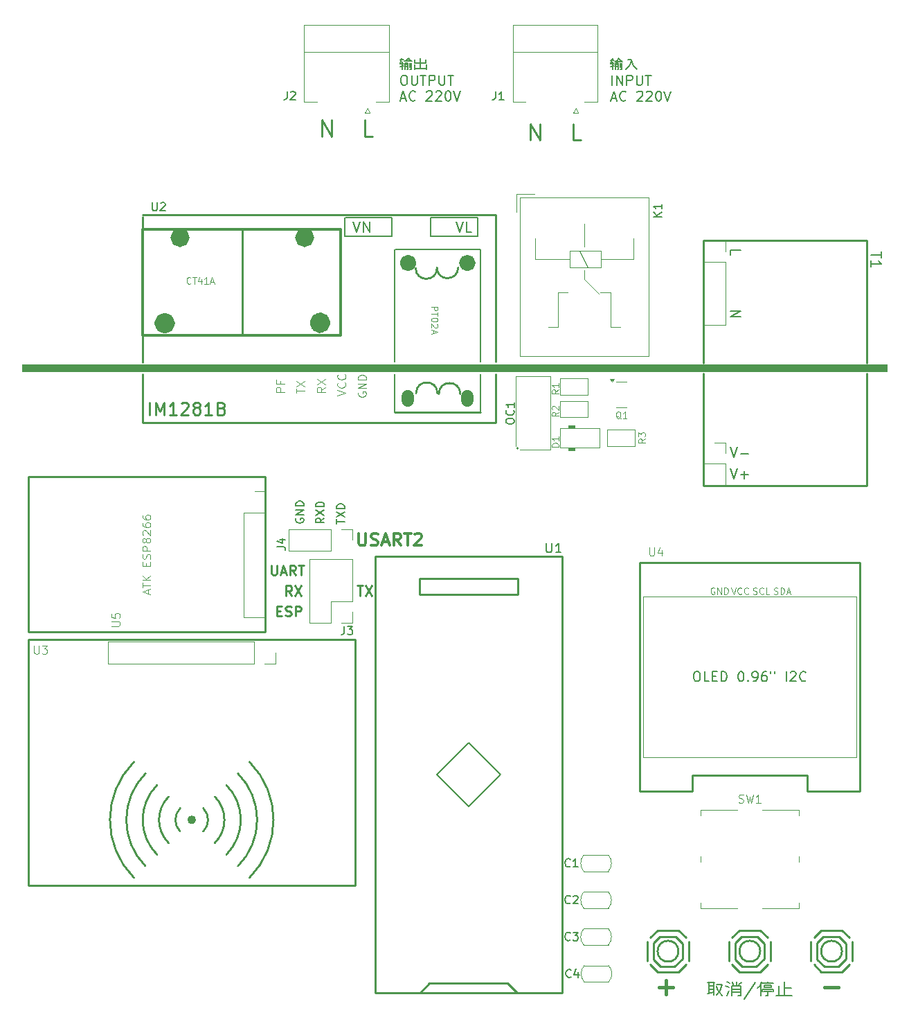
<source format=gto>
%TF.GenerationSoftware,KiCad,Pcbnew,9.0.0*%
%TF.CreationDate,2025-03-24T10:31:21+08:00*%
%TF.ProjectId,IntelliChargingPile,496e7465-6c6c-4694-9368-617267696e67,rev?*%
%TF.SameCoordinates,Original*%
%TF.FileFunction,Legend,Top*%
%TF.FilePolarity,Positive*%
%FSLAX46Y46*%
G04 Gerber Fmt 4.6, Leading zero omitted, Abs format (unit mm)*
G04 Created by KiCad (PCBNEW 9.0.0) date 2025-03-24 10:31:21*
%MOMM*%
%LPD*%
G01*
G04 APERTURE LIST*
%ADD10C,0.100000*%
%ADD11C,0.240000*%
%ADD12C,0.200000*%
%ADD13C,0.440000*%
%ADD14C,0.250000*%
%ADD15C,0.150000*%
%ADD16C,0.300000*%
%ADD17C,0.158750*%
%ADD18C,0.254000*%
%ADD19C,0.203200*%
%ADD20C,0.125000*%
%ADD21C,0.152000*%
%ADD22C,0.120000*%
%ADD23C,0.550000*%
%ADD24C,0.304800*%
%ADD25C,0.127000*%
%ADD26C,1.524000*%
%ADD27C,1.249994*%
%ADD28C,1.143000*%
%ADD29C,1.000000*%
G04 APERTURE END LIST*
D10*
X41750000Y-73825000D02*
X147500000Y-73825000D01*
X147500000Y-74675000D01*
X41750000Y-74675000D01*
X41750000Y-73825000D01*
G36*
X41750000Y-73825000D02*
G01*
X147500000Y-73825000D01*
X147500000Y-74675000D01*
X41750000Y-74675000D01*
X41750000Y-73825000D01*
G37*
D11*
X72227820Y-98342662D02*
X72227820Y-99314091D01*
X72227820Y-99314091D02*
X72284963Y-99428377D01*
X72284963Y-99428377D02*
X72342106Y-99485520D01*
X72342106Y-99485520D02*
X72456391Y-99542662D01*
X72456391Y-99542662D02*
X72684963Y-99542662D01*
X72684963Y-99542662D02*
X72799248Y-99485520D01*
X72799248Y-99485520D02*
X72856391Y-99428377D01*
X72856391Y-99428377D02*
X72913534Y-99314091D01*
X72913534Y-99314091D02*
X72913534Y-98342662D01*
X73427820Y-99199805D02*
X73999249Y-99199805D01*
X73313534Y-99542662D02*
X73713534Y-98342662D01*
X73713534Y-98342662D02*
X74113534Y-99542662D01*
X75199248Y-99542662D02*
X74799248Y-98971234D01*
X74513534Y-99542662D02*
X74513534Y-98342662D01*
X74513534Y-98342662D02*
X74970677Y-98342662D01*
X74970677Y-98342662D02*
X75084962Y-98399805D01*
X75084962Y-98399805D02*
X75142105Y-98456948D01*
X75142105Y-98456948D02*
X75199248Y-98571234D01*
X75199248Y-98571234D02*
X75199248Y-98742662D01*
X75199248Y-98742662D02*
X75142105Y-98856948D01*
X75142105Y-98856948D02*
X75084962Y-98914091D01*
X75084962Y-98914091D02*
X74970677Y-98971234D01*
X74970677Y-98971234D02*
X74513534Y-98971234D01*
X75542105Y-98342662D02*
X76227820Y-98342662D01*
X75884962Y-99542662D02*
X75884962Y-98342662D01*
X74720677Y-102042662D02*
X74320677Y-101471234D01*
X74034963Y-102042662D02*
X74034963Y-100842662D01*
X74034963Y-100842662D02*
X74492106Y-100842662D01*
X74492106Y-100842662D02*
X74606391Y-100899805D01*
X74606391Y-100899805D02*
X74663534Y-100956948D01*
X74663534Y-100956948D02*
X74720677Y-101071234D01*
X74720677Y-101071234D02*
X74720677Y-101242662D01*
X74720677Y-101242662D02*
X74663534Y-101356948D01*
X74663534Y-101356948D02*
X74606391Y-101414091D01*
X74606391Y-101414091D02*
X74492106Y-101471234D01*
X74492106Y-101471234D02*
X74034963Y-101471234D01*
X75120677Y-100842662D02*
X75920677Y-102042662D01*
X75920677Y-100842662D02*
X75120677Y-102042662D01*
D12*
X80202219Y-93273183D02*
X80202219Y-92701755D01*
X81202219Y-92987469D02*
X80202219Y-92987469D01*
X80202219Y-92463659D02*
X81202219Y-91796993D01*
X80202219Y-91796993D02*
X81202219Y-92463659D01*
X81202219Y-91416040D02*
X80202219Y-91416040D01*
X80202219Y-91416040D02*
X80202219Y-91177945D01*
X80202219Y-91177945D02*
X80249838Y-91035088D01*
X80249838Y-91035088D02*
X80345076Y-90939850D01*
X80345076Y-90939850D02*
X80440314Y-90892231D01*
X80440314Y-90892231D02*
X80630790Y-90844612D01*
X80630790Y-90844612D02*
X80773647Y-90844612D01*
X80773647Y-90844612D02*
X80964123Y-90892231D01*
X80964123Y-90892231D02*
X81059361Y-90939850D01*
X81059361Y-90939850D02*
X81154600Y-91035088D01*
X81154600Y-91035088D02*
X81202219Y-91177945D01*
X81202219Y-91177945D02*
X81202219Y-91416040D01*
D13*
X139911904Y-149906786D02*
X141588095Y-149906786D01*
D14*
X78428571Y-45912238D02*
X78428571Y-43912238D01*
X78428571Y-43912238D02*
X79571428Y-45912238D01*
X79571428Y-45912238D02*
X79571428Y-43912238D01*
D12*
X75249838Y-92606517D02*
X75202219Y-92701755D01*
X75202219Y-92701755D02*
X75202219Y-92844612D01*
X75202219Y-92844612D02*
X75249838Y-92987469D01*
X75249838Y-92987469D02*
X75345076Y-93082707D01*
X75345076Y-93082707D02*
X75440314Y-93130326D01*
X75440314Y-93130326D02*
X75630790Y-93177945D01*
X75630790Y-93177945D02*
X75773647Y-93177945D01*
X75773647Y-93177945D02*
X75964123Y-93130326D01*
X75964123Y-93130326D02*
X76059361Y-93082707D01*
X76059361Y-93082707D02*
X76154600Y-92987469D01*
X76154600Y-92987469D02*
X76202219Y-92844612D01*
X76202219Y-92844612D02*
X76202219Y-92749374D01*
X76202219Y-92749374D02*
X76154600Y-92606517D01*
X76154600Y-92606517D02*
X76106980Y-92558898D01*
X76106980Y-92558898D02*
X75773647Y-92558898D01*
X75773647Y-92558898D02*
X75773647Y-92749374D01*
X76202219Y-92130326D02*
X75202219Y-92130326D01*
X75202219Y-92130326D02*
X76202219Y-91558898D01*
X76202219Y-91558898D02*
X75202219Y-91558898D01*
X76202219Y-91082707D02*
X75202219Y-91082707D01*
X75202219Y-91082707D02*
X75202219Y-90844612D01*
X75202219Y-90844612D02*
X75249838Y-90701755D01*
X75249838Y-90701755D02*
X75345076Y-90606517D01*
X75345076Y-90606517D02*
X75440314Y-90558898D01*
X75440314Y-90558898D02*
X75630790Y-90511279D01*
X75630790Y-90511279D02*
X75773647Y-90511279D01*
X75773647Y-90511279D02*
X75964123Y-90558898D01*
X75964123Y-90558898D02*
X76059361Y-90606517D01*
X76059361Y-90606517D02*
X76154600Y-90701755D01*
X76154600Y-90701755D02*
X76202219Y-90844612D01*
X76202219Y-90844612D02*
X76202219Y-91082707D01*
D14*
X103928571Y-46402538D02*
X103928571Y-44402538D01*
X103928571Y-44402538D02*
X105071428Y-46402538D01*
X105071428Y-46402538D02*
X105071428Y-44402538D01*
D13*
X119661904Y-149906786D02*
X121338095Y-149906786D01*
X120499999Y-150744881D02*
X120499999Y-149068691D01*
D11*
X82772179Y-100842662D02*
X83457894Y-100842662D01*
X83115036Y-102042662D02*
X83115036Y-100842662D01*
X83743608Y-100842662D02*
X84543608Y-102042662D01*
X84543608Y-100842662D02*
X83743608Y-102042662D01*
D14*
X110119047Y-46402538D02*
X109166666Y-46402538D01*
X109166666Y-46402538D02*
X109166666Y-44402538D01*
D11*
X72949249Y-103914091D02*
X73349249Y-103914091D01*
X73520677Y-104542662D02*
X72949249Y-104542662D01*
X72949249Y-104542662D02*
X72949249Y-103342662D01*
X72949249Y-103342662D02*
X73520677Y-103342662D01*
X73977820Y-104485520D02*
X74149249Y-104542662D01*
X74149249Y-104542662D02*
X74434963Y-104542662D01*
X74434963Y-104542662D02*
X74549249Y-104485520D01*
X74549249Y-104485520D02*
X74606391Y-104428377D01*
X74606391Y-104428377D02*
X74663534Y-104314091D01*
X74663534Y-104314091D02*
X74663534Y-104199805D01*
X74663534Y-104199805D02*
X74606391Y-104085520D01*
X74606391Y-104085520D02*
X74549249Y-104028377D01*
X74549249Y-104028377D02*
X74434963Y-103971234D01*
X74434963Y-103971234D02*
X74206391Y-103914091D01*
X74206391Y-103914091D02*
X74092106Y-103856948D01*
X74092106Y-103856948D02*
X74034963Y-103799805D01*
X74034963Y-103799805D02*
X73977820Y-103685520D01*
X73977820Y-103685520D02*
X73977820Y-103571234D01*
X73977820Y-103571234D02*
X74034963Y-103456948D01*
X74034963Y-103456948D02*
X74092106Y-103399805D01*
X74092106Y-103399805D02*
X74206391Y-103342662D01*
X74206391Y-103342662D02*
X74492106Y-103342662D01*
X74492106Y-103342662D02*
X74663534Y-103399805D01*
X75177820Y-104542662D02*
X75177820Y-103342662D01*
X75177820Y-103342662D02*
X75634963Y-103342662D01*
X75634963Y-103342662D02*
X75749248Y-103399805D01*
X75749248Y-103399805D02*
X75806391Y-103456948D01*
X75806391Y-103456948D02*
X75863534Y-103571234D01*
X75863534Y-103571234D02*
X75863534Y-103742662D01*
X75863534Y-103742662D02*
X75806391Y-103856948D01*
X75806391Y-103856948D02*
X75749248Y-103914091D01*
X75749248Y-103914091D02*
X75634963Y-103971234D01*
X75634963Y-103971234D02*
X75177820Y-103971234D01*
D12*
X78702219Y-92558898D02*
X78226028Y-92892231D01*
X78702219Y-93130326D02*
X77702219Y-93130326D01*
X77702219Y-93130326D02*
X77702219Y-92749374D01*
X77702219Y-92749374D02*
X77749838Y-92654136D01*
X77749838Y-92654136D02*
X77797457Y-92606517D01*
X77797457Y-92606517D02*
X77892695Y-92558898D01*
X77892695Y-92558898D02*
X78035552Y-92558898D01*
X78035552Y-92558898D02*
X78130790Y-92606517D01*
X78130790Y-92606517D02*
X78178409Y-92654136D01*
X78178409Y-92654136D02*
X78226028Y-92749374D01*
X78226028Y-92749374D02*
X78226028Y-93130326D01*
X77702219Y-92225564D02*
X78702219Y-91558898D01*
X77702219Y-91558898D02*
X78702219Y-92225564D01*
X78702219Y-91177945D02*
X77702219Y-91177945D01*
X77702219Y-91177945D02*
X77702219Y-90939850D01*
X77702219Y-90939850D02*
X77749838Y-90796993D01*
X77749838Y-90796993D02*
X77845076Y-90701755D01*
X77845076Y-90701755D02*
X77940314Y-90654136D01*
X77940314Y-90654136D02*
X78130790Y-90606517D01*
X78130790Y-90606517D02*
X78273647Y-90606517D01*
X78273647Y-90606517D02*
X78464123Y-90654136D01*
X78464123Y-90654136D02*
X78559361Y-90701755D01*
X78559361Y-90701755D02*
X78654600Y-90796993D01*
X78654600Y-90796993D02*
X78702219Y-90939850D01*
X78702219Y-90939850D02*
X78702219Y-91177945D01*
D14*
X84619047Y-45912238D02*
X83666666Y-45912238D01*
X83666666Y-45912238D02*
X83666666Y-43912238D01*
D12*
X125616668Y-149338700D02*
X126423334Y-149338700D01*
X125763334Y-150145366D02*
X126350001Y-150145366D01*
X125763334Y-149778700D02*
X126350001Y-149778700D01*
X125763334Y-149338700D02*
X125763334Y-150658700D01*
X126350001Y-150512033D02*
X125543334Y-150658700D01*
X126350001Y-149338700D02*
X126350001Y-150878700D01*
X126643334Y-149558700D02*
X127376668Y-149558700D01*
X127376668Y-149558700D02*
X127083334Y-150292033D01*
X127083334Y-150292033D02*
X126643334Y-150878700D01*
X126643334Y-149705366D02*
X126790001Y-150145366D01*
X126790001Y-150145366D02*
X127010001Y-150512033D01*
X127010001Y-150512033D02*
X127376668Y-150952033D01*
X127816667Y-149778700D02*
X128183334Y-149925366D01*
X127963334Y-149265366D02*
X128256667Y-149412033D01*
X128183334Y-150292033D02*
X127963334Y-150952033D01*
X128550001Y-150512033D02*
X129650001Y-150512033D01*
X128550001Y-150145366D02*
X129650001Y-150145366D01*
X128550001Y-149778700D02*
X128550001Y-150952033D01*
X128623334Y-149265366D02*
X128696667Y-149632033D01*
X129136667Y-149192033D02*
X129136667Y-149778700D01*
X129283334Y-150952033D02*
X129650001Y-150952033D01*
X129723334Y-149338700D02*
X129430001Y-149558700D01*
X128550001Y-149778700D02*
X129650001Y-149778700D01*
X129650001Y-149778700D02*
X129650001Y-150952033D01*
X131410000Y-149338700D02*
X130090000Y-151318700D01*
X131996667Y-149705366D02*
X131703333Y-149998700D01*
X132070000Y-149558700D02*
X132070000Y-150952033D01*
X132216667Y-149192033D02*
X131996667Y-149778700D01*
X132290000Y-150145366D02*
X132290000Y-150438700D01*
X132290000Y-149412033D02*
X133610000Y-149412033D01*
X132436667Y-150438700D02*
X133463333Y-150438700D01*
X132510000Y-149925366D02*
X133390000Y-149925366D01*
X132510000Y-149632033D02*
X132510000Y-149925366D01*
X132656667Y-150952033D02*
X132950000Y-150952033D01*
X132950000Y-150438700D02*
X132950000Y-150952033D01*
X132950000Y-149192033D02*
X132950000Y-149412033D01*
X132290000Y-150145366D02*
X133610000Y-150145366D01*
X133610000Y-150145366D02*
X133610000Y-150438700D01*
X132510000Y-149632033D02*
X133390000Y-149632033D01*
X133390000Y-149632033D02*
X133390000Y-149925366D01*
X133976666Y-150952033D02*
X135883333Y-150952033D01*
X134343333Y-149705366D02*
X134343333Y-150952033D01*
X135003333Y-149998700D02*
X135810000Y-149998700D01*
X135003333Y-149265366D02*
X135003333Y-150952033D01*
D15*
X113712969Y-36588619D02*
X114170112Y-36588619D01*
X113712969Y-37045762D02*
X114170112Y-37045762D01*
X113941541Y-36360048D02*
X113770112Y-37045762D01*
X113998684Y-36817191D02*
X113998684Y-37731476D01*
X114170112Y-37331476D02*
X113712969Y-37388619D01*
X114341541Y-37388619D02*
X114684398Y-37388619D01*
X114341541Y-37160048D02*
X114684398Y-37160048D01*
X114341541Y-36931476D02*
X114341541Y-37731476D01*
X114455826Y-36760048D02*
X114970112Y-36760048D01*
X114570112Y-37731476D02*
X114684398Y-37731476D01*
X114912969Y-36988619D02*
X114912969Y-37502905D01*
X114341541Y-36931476D02*
X114684398Y-36931476D01*
X114684398Y-36931476D02*
X114684398Y-37731476D01*
X114741541Y-36417191D02*
X114912969Y-36645762D01*
X114912969Y-36645762D02*
X115198684Y-36760048D01*
X114741541Y-36360048D02*
X114455826Y-36702905D01*
X114455826Y-36702905D02*
X114227255Y-36760048D01*
X115084398Y-36931476D02*
X115084398Y-37731476D01*
X115084398Y-37731476D02*
X114912969Y-37731476D01*
X116227255Y-36645762D02*
X116170113Y-36988619D01*
X116170113Y-36988619D02*
X115998684Y-37331476D01*
X115998684Y-37331476D02*
X115598684Y-37731476D01*
X115827255Y-36531476D02*
X116227255Y-36531476D01*
X116227255Y-36531476D02*
X116341541Y-36874334D01*
X116341541Y-36874334D02*
X116512970Y-37331476D01*
X116512970Y-37331476D02*
X116912970Y-37731476D01*
X113884398Y-39663409D02*
X113884398Y-38463409D01*
X114455827Y-39663409D02*
X114455827Y-38463409D01*
X114455827Y-38463409D02*
X115141541Y-39663409D01*
X115141541Y-39663409D02*
X115141541Y-38463409D01*
X115712970Y-39663409D02*
X115712970Y-38463409D01*
X115712970Y-38463409D02*
X116170113Y-38463409D01*
X116170113Y-38463409D02*
X116284398Y-38520552D01*
X116284398Y-38520552D02*
X116341541Y-38577695D01*
X116341541Y-38577695D02*
X116398684Y-38691981D01*
X116398684Y-38691981D02*
X116398684Y-38863409D01*
X116398684Y-38863409D02*
X116341541Y-38977695D01*
X116341541Y-38977695D02*
X116284398Y-39034838D01*
X116284398Y-39034838D02*
X116170113Y-39091981D01*
X116170113Y-39091981D02*
X115712970Y-39091981D01*
X116912970Y-38463409D02*
X116912970Y-39434838D01*
X116912970Y-39434838D02*
X116970113Y-39549124D01*
X116970113Y-39549124D02*
X117027256Y-39606267D01*
X117027256Y-39606267D02*
X117141541Y-39663409D01*
X117141541Y-39663409D02*
X117370113Y-39663409D01*
X117370113Y-39663409D02*
X117484398Y-39606267D01*
X117484398Y-39606267D02*
X117541541Y-39549124D01*
X117541541Y-39549124D02*
X117598684Y-39434838D01*
X117598684Y-39434838D02*
X117598684Y-38463409D01*
X117998684Y-38463409D02*
X118684399Y-38463409D01*
X118341541Y-39663409D02*
X118341541Y-38463409D01*
X113827255Y-41252485D02*
X114398684Y-41252485D01*
X113712969Y-41595342D02*
X114112969Y-40395342D01*
X114112969Y-40395342D02*
X114512969Y-41595342D01*
X115598683Y-41481057D02*
X115541540Y-41538200D01*
X115541540Y-41538200D02*
X115370112Y-41595342D01*
X115370112Y-41595342D02*
X115255826Y-41595342D01*
X115255826Y-41595342D02*
X115084397Y-41538200D01*
X115084397Y-41538200D02*
X114970112Y-41423914D01*
X114970112Y-41423914D02*
X114912969Y-41309628D01*
X114912969Y-41309628D02*
X114855826Y-41081057D01*
X114855826Y-41081057D02*
X114855826Y-40909628D01*
X114855826Y-40909628D02*
X114912969Y-40681057D01*
X114912969Y-40681057D02*
X114970112Y-40566771D01*
X114970112Y-40566771D02*
X115084397Y-40452485D01*
X115084397Y-40452485D02*
X115255826Y-40395342D01*
X115255826Y-40395342D02*
X115370112Y-40395342D01*
X115370112Y-40395342D02*
X115541540Y-40452485D01*
X115541540Y-40452485D02*
X115598683Y-40509628D01*
X116970112Y-40509628D02*
X117027255Y-40452485D01*
X117027255Y-40452485D02*
X117141541Y-40395342D01*
X117141541Y-40395342D02*
X117427255Y-40395342D01*
X117427255Y-40395342D02*
X117541541Y-40452485D01*
X117541541Y-40452485D02*
X117598683Y-40509628D01*
X117598683Y-40509628D02*
X117655826Y-40623914D01*
X117655826Y-40623914D02*
X117655826Y-40738200D01*
X117655826Y-40738200D02*
X117598683Y-40909628D01*
X117598683Y-40909628D02*
X116912969Y-41595342D01*
X116912969Y-41595342D02*
X117655826Y-41595342D01*
X118112969Y-40509628D02*
X118170112Y-40452485D01*
X118170112Y-40452485D02*
X118284398Y-40395342D01*
X118284398Y-40395342D02*
X118570112Y-40395342D01*
X118570112Y-40395342D02*
X118684398Y-40452485D01*
X118684398Y-40452485D02*
X118741540Y-40509628D01*
X118741540Y-40509628D02*
X118798683Y-40623914D01*
X118798683Y-40623914D02*
X118798683Y-40738200D01*
X118798683Y-40738200D02*
X118741540Y-40909628D01*
X118741540Y-40909628D02*
X118055826Y-41595342D01*
X118055826Y-41595342D02*
X118798683Y-41595342D01*
X119541540Y-40395342D02*
X119655826Y-40395342D01*
X119655826Y-40395342D02*
X119770112Y-40452485D01*
X119770112Y-40452485D02*
X119827255Y-40509628D01*
X119827255Y-40509628D02*
X119884397Y-40623914D01*
X119884397Y-40623914D02*
X119941540Y-40852485D01*
X119941540Y-40852485D02*
X119941540Y-41138200D01*
X119941540Y-41138200D02*
X119884397Y-41366771D01*
X119884397Y-41366771D02*
X119827255Y-41481057D01*
X119827255Y-41481057D02*
X119770112Y-41538200D01*
X119770112Y-41538200D02*
X119655826Y-41595342D01*
X119655826Y-41595342D02*
X119541540Y-41595342D01*
X119541540Y-41595342D02*
X119427255Y-41538200D01*
X119427255Y-41538200D02*
X119370112Y-41481057D01*
X119370112Y-41481057D02*
X119312969Y-41366771D01*
X119312969Y-41366771D02*
X119255826Y-41138200D01*
X119255826Y-41138200D02*
X119255826Y-40852485D01*
X119255826Y-40852485D02*
X119312969Y-40623914D01*
X119312969Y-40623914D02*
X119370112Y-40509628D01*
X119370112Y-40509628D02*
X119427255Y-40452485D01*
X119427255Y-40452485D02*
X119541540Y-40395342D01*
X120284397Y-40395342D02*
X120684397Y-41595342D01*
X120684397Y-41595342D02*
X121084397Y-40395342D01*
X87962969Y-36581119D02*
X88420112Y-36581119D01*
X87962969Y-37038262D02*
X88420112Y-37038262D01*
X88191541Y-36352548D02*
X88020112Y-37038262D01*
X88248684Y-36809691D02*
X88248684Y-37723976D01*
X88420112Y-37323976D02*
X87962969Y-37381119D01*
X88591541Y-37381119D02*
X88934398Y-37381119D01*
X88591541Y-37152548D02*
X88934398Y-37152548D01*
X88591541Y-36923976D02*
X88591541Y-37723976D01*
X88705826Y-36752548D02*
X89220112Y-36752548D01*
X88820112Y-37723976D02*
X88934398Y-37723976D01*
X89162969Y-36981119D02*
X89162969Y-37495405D01*
X88591541Y-36923976D02*
X88934398Y-36923976D01*
X88934398Y-36923976D02*
X88934398Y-37723976D01*
X88991541Y-36409691D02*
X89162969Y-36638262D01*
X89162969Y-36638262D02*
X89448684Y-36752548D01*
X88991541Y-36352548D02*
X88705826Y-36695405D01*
X88705826Y-36695405D02*
X88477255Y-36752548D01*
X89334398Y-36923976D02*
X89334398Y-37723976D01*
X89334398Y-37723976D02*
X89162969Y-37723976D01*
X89734398Y-37609691D02*
X91220113Y-37609691D01*
X89734398Y-37152548D02*
X89734398Y-37723976D01*
X89791541Y-36981119D02*
X91162970Y-36981119D01*
X89791541Y-36523976D02*
X89791541Y-36981119D01*
X90477255Y-36352548D02*
X90477255Y-37609691D01*
X91162970Y-36523976D02*
X91162970Y-36981119D01*
X91220113Y-37152548D02*
X91220113Y-37723976D01*
X88362969Y-38455909D02*
X88591541Y-38455909D01*
X88591541Y-38455909D02*
X88705826Y-38513052D01*
X88705826Y-38513052D02*
X88820112Y-38627338D01*
X88820112Y-38627338D02*
X88877255Y-38855909D01*
X88877255Y-38855909D02*
X88877255Y-39255909D01*
X88877255Y-39255909D02*
X88820112Y-39484481D01*
X88820112Y-39484481D02*
X88705826Y-39598767D01*
X88705826Y-39598767D02*
X88591541Y-39655909D01*
X88591541Y-39655909D02*
X88362969Y-39655909D01*
X88362969Y-39655909D02*
X88248684Y-39598767D01*
X88248684Y-39598767D02*
X88134398Y-39484481D01*
X88134398Y-39484481D02*
X88077255Y-39255909D01*
X88077255Y-39255909D02*
X88077255Y-38855909D01*
X88077255Y-38855909D02*
X88134398Y-38627338D01*
X88134398Y-38627338D02*
X88248684Y-38513052D01*
X88248684Y-38513052D02*
X88362969Y-38455909D01*
X89391541Y-38455909D02*
X89391541Y-39427338D01*
X89391541Y-39427338D02*
X89448684Y-39541624D01*
X89448684Y-39541624D02*
X89505827Y-39598767D01*
X89505827Y-39598767D02*
X89620112Y-39655909D01*
X89620112Y-39655909D02*
X89848684Y-39655909D01*
X89848684Y-39655909D02*
X89962969Y-39598767D01*
X89962969Y-39598767D02*
X90020112Y-39541624D01*
X90020112Y-39541624D02*
X90077255Y-39427338D01*
X90077255Y-39427338D02*
X90077255Y-38455909D01*
X90477255Y-38455909D02*
X91162970Y-38455909D01*
X90820112Y-39655909D02*
X90820112Y-38455909D01*
X91562970Y-39655909D02*
X91562970Y-38455909D01*
X91562970Y-38455909D02*
X92020113Y-38455909D01*
X92020113Y-38455909D02*
X92134398Y-38513052D01*
X92134398Y-38513052D02*
X92191541Y-38570195D01*
X92191541Y-38570195D02*
X92248684Y-38684481D01*
X92248684Y-38684481D02*
X92248684Y-38855909D01*
X92248684Y-38855909D02*
X92191541Y-38970195D01*
X92191541Y-38970195D02*
X92134398Y-39027338D01*
X92134398Y-39027338D02*
X92020113Y-39084481D01*
X92020113Y-39084481D02*
X91562970Y-39084481D01*
X92762970Y-38455909D02*
X92762970Y-39427338D01*
X92762970Y-39427338D02*
X92820113Y-39541624D01*
X92820113Y-39541624D02*
X92877256Y-39598767D01*
X92877256Y-39598767D02*
X92991541Y-39655909D01*
X92991541Y-39655909D02*
X93220113Y-39655909D01*
X93220113Y-39655909D02*
X93334398Y-39598767D01*
X93334398Y-39598767D02*
X93391541Y-39541624D01*
X93391541Y-39541624D02*
X93448684Y-39427338D01*
X93448684Y-39427338D02*
X93448684Y-38455909D01*
X93848684Y-38455909D02*
X94534399Y-38455909D01*
X94191541Y-39655909D02*
X94191541Y-38455909D01*
X88077255Y-41244985D02*
X88648684Y-41244985D01*
X87962969Y-41587842D02*
X88362969Y-40387842D01*
X88362969Y-40387842D02*
X88762969Y-41587842D01*
X89848683Y-41473557D02*
X89791540Y-41530700D01*
X89791540Y-41530700D02*
X89620112Y-41587842D01*
X89620112Y-41587842D02*
X89505826Y-41587842D01*
X89505826Y-41587842D02*
X89334397Y-41530700D01*
X89334397Y-41530700D02*
X89220112Y-41416414D01*
X89220112Y-41416414D02*
X89162969Y-41302128D01*
X89162969Y-41302128D02*
X89105826Y-41073557D01*
X89105826Y-41073557D02*
X89105826Y-40902128D01*
X89105826Y-40902128D02*
X89162969Y-40673557D01*
X89162969Y-40673557D02*
X89220112Y-40559271D01*
X89220112Y-40559271D02*
X89334397Y-40444985D01*
X89334397Y-40444985D02*
X89505826Y-40387842D01*
X89505826Y-40387842D02*
X89620112Y-40387842D01*
X89620112Y-40387842D02*
X89791540Y-40444985D01*
X89791540Y-40444985D02*
X89848683Y-40502128D01*
X91220112Y-40502128D02*
X91277255Y-40444985D01*
X91277255Y-40444985D02*
X91391541Y-40387842D01*
X91391541Y-40387842D02*
X91677255Y-40387842D01*
X91677255Y-40387842D02*
X91791541Y-40444985D01*
X91791541Y-40444985D02*
X91848683Y-40502128D01*
X91848683Y-40502128D02*
X91905826Y-40616414D01*
X91905826Y-40616414D02*
X91905826Y-40730700D01*
X91905826Y-40730700D02*
X91848683Y-40902128D01*
X91848683Y-40902128D02*
X91162969Y-41587842D01*
X91162969Y-41587842D02*
X91905826Y-41587842D01*
X92362969Y-40502128D02*
X92420112Y-40444985D01*
X92420112Y-40444985D02*
X92534398Y-40387842D01*
X92534398Y-40387842D02*
X92820112Y-40387842D01*
X92820112Y-40387842D02*
X92934398Y-40444985D01*
X92934398Y-40444985D02*
X92991540Y-40502128D01*
X92991540Y-40502128D02*
X93048683Y-40616414D01*
X93048683Y-40616414D02*
X93048683Y-40730700D01*
X93048683Y-40730700D02*
X92991540Y-40902128D01*
X92991540Y-40902128D02*
X92305826Y-41587842D01*
X92305826Y-41587842D02*
X93048683Y-41587842D01*
X93791540Y-40387842D02*
X93905826Y-40387842D01*
X93905826Y-40387842D02*
X94020112Y-40444985D01*
X94020112Y-40444985D02*
X94077255Y-40502128D01*
X94077255Y-40502128D02*
X94134397Y-40616414D01*
X94134397Y-40616414D02*
X94191540Y-40844985D01*
X94191540Y-40844985D02*
X94191540Y-41130700D01*
X94191540Y-41130700D02*
X94134397Y-41359271D01*
X94134397Y-41359271D02*
X94077255Y-41473557D01*
X94077255Y-41473557D02*
X94020112Y-41530700D01*
X94020112Y-41530700D02*
X93905826Y-41587842D01*
X93905826Y-41587842D02*
X93791540Y-41587842D01*
X93791540Y-41587842D02*
X93677255Y-41530700D01*
X93677255Y-41530700D02*
X93620112Y-41473557D01*
X93620112Y-41473557D02*
X93562969Y-41359271D01*
X93562969Y-41359271D02*
X93505826Y-41130700D01*
X93505826Y-41130700D02*
X93505826Y-40844985D01*
X93505826Y-40844985D02*
X93562969Y-40616414D01*
X93562969Y-40616414D02*
X93620112Y-40502128D01*
X93620112Y-40502128D02*
X93677255Y-40444985D01*
X93677255Y-40444985D02*
X93791540Y-40387842D01*
X94534397Y-40387842D02*
X94934397Y-41587842D01*
X94934397Y-41587842D02*
X95334397Y-40387842D01*
D16*
X82928571Y-94428328D02*
X82928571Y-95642614D01*
X82928571Y-95642614D02*
X83000000Y-95785471D01*
X83000000Y-95785471D02*
X83071429Y-95856900D01*
X83071429Y-95856900D02*
X83214286Y-95928328D01*
X83214286Y-95928328D02*
X83500000Y-95928328D01*
X83500000Y-95928328D02*
X83642857Y-95856900D01*
X83642857Y-95856900D02*
X83714286Y-95785471D01*
X83714286Y-95785471D02*
X83785714Y-95642614D01*
X83785714Y-95642614D02*
X83785714Y-94428328D01*
X84428572Y-95856900D02*
X84642858Y-95928328D01*
X84642858Y-95928328D02*
X85000000Y-95928328D01*
X85000000Y-95928328D02*
X85142858Y-95856900D01*
X85142858Y-95856900D02*
X85214286Y-95785471D01*
X85214286Y-95785471D02*
X85285715Y-95642614D01*
X85285715Y-95642614D02*
X85285715Y-95499757D01*
X85285715Y-95499757D02*
X85214286Y-95356900D01*
X85214286Y-95356900D02*
X85142858Y-95285471D01*
X85142858Y-95285471D02*
X85000000Y-95214042D01*
X85000000Y-95214042D02*
X84714286Y-95142614D01*
X84714286Y-95142614D02*
X84571429Y-95071185D01*
X84571429Y-95071185D02*
X84500000Y-94999757D01*
X84500000Y-94999757D02*
X84428572Y-94856900D01*
X84428572Y-94856900D02*
X84428572Y-94714042D01*
X84428572Y-94714042D02*
X84500000Y-94571185D01*
X84500000Y-94571185D02*
X84571429Y-94499757D01*
X84571429Y-94499757D02*
X84714286Y-94428328D01*
X84714286Y-94428328D02*
X85071429Y-94428328D01*
X85071429Y-94428328D02*
X85285715Y-94499757D01*
X85857143Y-95499757D02*
X86571429Y-95499757D01*
X85714286Y-95928328D02*
X86214286Y-94428328D01*
X86214286Y-94428328D02*
X86714286Y-95928328D01*
X88071428Y-95928328D02*
X87571428Y-95214042D01*
X87214285Y-95928328D02*
X87214285Y-94428328D01*
X87214285Y-94428328D02*
X87785714Y-94428328D01*
X87785714Y-94428328D02*
X87928571Y-94499757D01*
X87928571Y-94499757D02*
X88000000Y-94571185D01*
X88000000Y-94571185D02*
X88071428Y-94714042D01*
X88071428Y-94714042D02*
X88071428Y-94928328D01*
X88071428Y-94928328D02*
X88000000Y-95071185D01*
X88000000Y-95071185D02*
X87928571Y-95142614D01*
X87928571Y-95142614D02*
X87785714Y-95214042D01*
X87785714Y-95214042D02*
X87214285Y-95214042D01*
X88500000Y-94428328D02*
X89357143Y-94428328D01*
X88928571Y-95928328D02*
X88928571Y-94428328D01*
X89785714Y-94571185D02*
X89857142Y-94499757D01*
X89857142Y-94499757D02*
X90000000Y-94428328D01*
X90000000Y-94428328D02*
X90357142Y-94428328D01*
X90357142Y-94428328D02*
X90500000Y-94499757D01*
X90500000Y-94499757D02*
X90571428Y-94571185D01*
X90571428Y-94571185D02*
X90642857Y-94714042D01*
X90642857Y-94714042D02*
X90642857Y-94856900D01*
X90642857Y-94856900D02*
X90571428Y-95071185D01*
X90571428Y-95071185D02*
X89714285Y-95928328D01*
X89714285Y-95928328D02*
X90642857Y-95928328D01*
D10*
X43238095Y-108155419D02*
X43238095Y-108964942D01*
X43238095Y-108964942D02*
X43285714Y-109060180D01*
X43285714Y-109060180D02*
X43333333Y-109107800D01*
X43333333Y-109107800D02*
X43428571Y-109155419D01*
X43428571Y-109155419D02*
X43619047Y-109155419D01*
X43619047Y-109155419D02*
X43714285Y-109107800D01*
X43714285Y-109107800D02*
X43761904Y-109060180D01*
X43761904Y-109060180D02*
X43809523Y-108964942D01*
X43809523Y-108964942D02*
X43809523Y-108155419D01*
X44190476Y-108155419D02*
X44809523Y-108155419D01*
X44809523Y-108155419D02*
X44476190Y-108536371D01*
X44476190Y-108536371D02*
X44619047Y-108536371D01*
X44619047Y-108536371D02*
X44714285Y-108583990D01*
X44714285Y-108583990D02*
X44761904Y-108631609D01*
X44761904Y-108631609D02*
X44809523Y-108726847D01*
X44809523Y-108726847D02*
X44809523Y-108964942D01*
X44809523Y-108964942D02*
X44761904Y-109060180D01*
X44761904Y-109060180D02*
X44714285Y-109107800D01*
X44714285Y-109107800D02*
X44619047Y-109155419D01*
X44619047Y-109155419D02*
X44333333Y-109155419D01*
X44333333Y-109155419D02*
X44238095Y-109107800D01*
X44238095Y-109107800D02*
X44190476Y-109060180D01*
D17*
X146858228Y-60032381D02*
X146858228Y-60758095D01*
X145588228Y-60395238D02*
X146858228Y-60395238D01*
X145588228Y-61846667D02*
X145588228Y-61120952D01*
X145588228Y-61483809D02*
X146858228Y-61483809D01*
X146858228Y-61483809D02*
X146676800Y-61362857D01*
X146676800Y-61362857D02*
X146555847Y-61241905D01*
X146555847Y-61241905D02*
X146495371Y-61120952D01*
X128388228Y-60393095D02*
X128388228Y-59788333D01*
X128388228Y-59788333D02*
X129658228Y-59788333D01*
X128357976Y-86509271D02*
X128781309Y-87779271D01*
X128781309Y-87779271D02*
X129204643Y-86509271D01*
X129627975Y-87295461D02*
X130595595Y-87295461D01*
X130111785Y-87779271D02*
X130111785Y-86811652D01*
X128388228Y-67237142D02*
X129658228Y-67237142D01*
X129658228Y-67237142D02*
X128388228Y-67962857D01*
X128388228Y-67962857D02*
X129658228Y-67962857D01*
X128357976Y-83909271D02*
X128781309Y-85179271D01*
X128781309Y-85179271D02*
X129204643Y-83909271D01*
X129627975Y-84695461D02*
X130595595Y-84695461D01*
D15*
X57690595Y-54010619D02*
X57690595Y-54820142D01*
X57690595Y-54820142D02*
X57738214Y-54915380D01*
X57738214Y-54915380D02*
X57785833Y-54963000D01*
X57785833Y-54963000D02*
X57881071Y-55010619D01*
X57881071Y-55010619D02*
X58071547Y-55010619D01*
X58071547Y-55010619D02*
X58166785Y-54963000D01*
X58166785Y-54963000D02*
X58214404Y-54915380D01*
X58214404Y-54915380D02*
X58262023Y-54820142D01*
X58262023Y-54820142D02*
X58262023Y-54010619D01*
X58690595Y-54105857D02*
X58738214Y-54058238D01*
X58738214Y-54058238D02*
X58833452Y-54010619D01*
X58833452Y-54010619D02*
X59071547Y-54010619D01*
X59071547Y-54010619D02*
X59166785Y-54058238D01*
X59166785Y-54058238D02*
X59214404Y-54105857D01*
X59214404Y-54105857D02*
X59262023Y-54201095D01*
X59262023Y-54201095D02*
X59262023Y-54296333D01*
X59262023Y-54296333D02*
X59214404Y-54439190D01*
X59214404Y-54439190D02*
X58642976Y-55010619D01*
X58642976Y-55010619D02*
X59262023Y-55010619D01*
D18*
X57382462Y-79956083D02*
X57382462Y-78432083D01*
X58108176Y-79956083D02*
X58108176Y-78432083D01*
X58108176Y-78432083D02*
X58616176Y-79520654D01*
X58616176Y-79520654D02*
X59124176Y-78432083D01*
X59124176Y-78432083D02*
X59124176Y-79956083D01*
X60648175Y-79956083D02*
X59777318Y-79956083D01*
X60212747Y-79956083D02*
X60212747Y-78432083D01*
X60212747Y-78432083D02*
X60067604Y-78649797D01*
X60067604Y-78649797D02*
X59922461Y-78794940D01*
X59922461Y-78794940D02*
X59777318Y-78867512D01*
X61228747Y-78577226D02*
X61301319Y-78504654D01*
X61301319Y-78504654D02*
X61446462Y-78432083D01*
X61446462Y-78432083D02*
X61809319Y-78432083D01*
X61809319Y-78432083D02*
X61954462Y-78504654D01*
X61954462Y-78504654D02*
X62027033Y-78577226D01*
X62027033Y-78577226D02*
X62099604Y-78722369D01*
X62099604Y-78722369D02*
X62099604Y-78867512D01*
X62099604Y-78867512D02*
X62027033Y-79085226D01*
X62027033Y-79085226D02*
X61156176Y-79956083D01*
X61156176Y-79956083D02*
X62099604Y-79956083D01*
X62970462Y-79085226D02*
X62825319Y-79012654D01*
X62825319Y-79012654D02*
X62752748Y-78940083D01*
X62752748Y-78940083D02*
X62680176Y-78794940D01*
X62680176Y-78794940D02*
X62680176Y-78722369D01*
X62680176Y-78722369D02*
X62752748Y-78577226D01*
X62752748Y-78577226D02*
X62825319Y-78504654D01*
X62825319Y-78504654D02*
X62970462Y-78432083D01*
X62970462Y-78432083D02*
X63260748Y-78432083D01*
X63260748Y-78432083D02*
X63405891Y-78504654D01*
X63405891Y-78504654D02*
X63478462Y-78577226D01*
X63478462Y-78577226D02*
X63551033Y-78722369D01*
X63551033Y-78722369D02*
X63551033Y-78794940D01*
X63551033Y-78794940D02*
X63478462Y-78940083D01*
X63478462Y-78940083D02*
X63405891Y-79012654D01*
X63405891Y-79012654D02*
X63260748Y-79085226D01*
X63260748Y-79085226D02*
X62970462Y-79085226D01*
X62970462Y-79085226D02*
X62825319Y-79157797D01*
X62825319Y-79157797D02*
X62752748Y-79230369D01*
X62752748Y-79230369D02*
X62680176Y-79375512D01*
X62680176Y-79375512D02*
X62680176Y-79665797D01*
X62680176Y-79665797D02*
X62752748Y-79810940D01*
X62752748Y-79810940D02*
X62825319Y-79883512D01*
X62825319Y-79883512D02*
X62970462Y-79956083D01*
X62970462Y-79956083D02*
X63260748Y-79956083D01*
X63260748Y-79956083D02*
X63405891Y-79883512D01*
X63405891Y-79883512D02*
X63478462Y-79810940D01*
X63478462Y-79810940D02*
X63551033Y-79665797D01*
X63551033Y-79665797D02*
X63551033Y-79375512D01*
X63551033Y-79375512D02*
X63478462Y-79230369D01*
X63478462Y-79230369D02*
X63405891Y-79157797D01*
X63405891Y-79157797D02*
X63260748Y-79085226D01*
X65002462Y-79956083D02*
X64131605Y-79956083D01*
X64567034Y-79956083D02*
X64567034Y-78432083D01*
X64567034Y-78432083D02*
X64421891Y-78649797D01*
X64421891Y-78649797D02*
X64276748Y-78794940D01*
X64276748Y-78794940D02*
X64131605Y-78867512D01*
X66163606Y-79157797D02*
X66381320Y-79230369D01*
X66381320Y-79230369D02*
X66453891Y-79302940D01*
X66453891Y-79302940D02*
X66526463Y-79448083D01*
X66526463Y-79448083D02*
X66526463Y-79665797D01*
X66526463Y-79665797D02*
X66453891Y-79810940D01*
X66453891Y-79810940D02*
X66381320Y-79883512D01*
X66381320Y-79883512D02*
X66236177Y-79956083D01*
X66236177Y-79956083D02*
X65655606Y-79956083D01*
X65655606Y-79956083D02*
X65655606Y-78432083D01*
X65655606Y-78432083D02*
X66163606Y-78432083D01*
X66163606Y-78432083D02*
X66308749Y-78504654D01*
X66308749Y-78504654D02*
X66381320Y-78577226D01*
X66381320Y-78577226D02*
X66453891Y-78722369D01*
X66453891Y-78722369D02*
X66453891Y-78867512D01*
X66453891Y-78867512D02*
X66381320Y-79012654D01*
X66381320Y-79012654D02*
X66308749Y-79085226D01*
X66308749Y-79085226D02*
X66163606Y-79157797D01*
X66163606Y-79157797D02*
X65655606Y-79157797D01*
D10*
X75324919Y-77294772D02*
X75324919Y-76723344D01*
X76324919Y-77009058D02*
X75324919Y-77009058D01*
X75324919Y-76485248D02*
X76324919Y-75818582D01*
X75324919Y-75818582D02*
X76324919Y-76485248D01*
X62372908Y-63856504D02*
X62334812Y-63894600D01*
X62334812Y-63894600D02*
X62220527Y-63932695D01*
X62220527Y-63932695D02*
X62144336Y-63932695D01*
X62144336Y-63932695D02*
X62030050Y-63894600D01*
X62030050Y-63894600D02*
X61953860Y-63818409D01*
X61953860Y-63818409D02*
X61915765Y-63742219D01*
X61915765Y-63742219D02*
X61877669Y-63589838D01*
X61877669Y-63589838D02*
X61877669Y-63475552D01*
X61877669Y-63475552D02*
X61915765Y-63323171D01*
X61915765Y-63323171D02*
X61953860Y-63246980D01*
X61953860Y-63246980D02*
X62030050Y-63170790D01*
X62030050Y-63170790D02*
X62144336Y-63132695D01*
X62144336Y-63132695D02*
X62220527Y-63132695D01*
X62220527Y-63132695D02*
X62334812Y-63170790D01*
X62334812Y-63170790D02*
X62372908Y-63208885D01*
X62601479Y-63132695D02*
X63058622Y-63132695D01*
X62830050Y-63932695D02*
X62830050Y-63132695D01*
X63668146Y-63399361D02*
X63668146Y-63932695D01*
X63477670Y-63094600D02*
X63287193Y-63666028D01*
X63287193Y-63666028D02*
X63782432Y-63666028D01*
X64506241Y-63932695D02*
X64049098Y-63932695D01*
X64277670Y-63932695D02*
X64277670Y-63132695D01*
X64277670Y-63132695D02*
X64201479Y-63246980D01*
X64201479Y-63246980D02*
X64125289Y-63323171D01*
X64125289Y-63323171D02*
X64049098Y-63361266D01*
X64811003Y-63704123D02*
X65191956Y-63704123D01*
X64734813Y-63932695D02*
X65001480Y-63132695D01*
X65001480Y-63132695D02*
X65268146Y-63932695D01*
X78824919Y-76580487D02*
X78348728Y-76913820D01*
X78824919Y-77151915D02*
X77824919Y-77151915D01*
X77824919Y-77151915D02*
X77824919Y-76770963D01*
X77824919Y-76770963D02*
X77872538Y-76675725D01*
X77872538Y-76675725D02*
X77920157Y-76628106D01*
X77920157Y-76628106D02*
X78015395Y-76580487D01*
X78015395Y-76580487D02*
X78158252Y-76580487D01*
X78158252Y-76580487D02*
X78253490Y-76628106D01*
X78253490Y-76628106D02*
X78301109Y-76675725D01*
X78301109Y-76675725D02*
X78348728Y-76770963D01*
X78348728Y-76770963D02*
X78348728Y-77151915D01*
X77824919Y-76247153D02*
X78824919Y-75580487D01*
X77824919Y-75580487D02*
X78824919Y-76247153D01*
X91790459Y-66734065D02*
X92590459Y-66734065D01*
X92590459Y-66734065D02*
X92590459Y-67038827D01*
X92590459Y-67038827D02*
X92552364Y-67115017D01*
X92552364Y-67115017D02*
X92514269Y-67153112D01*
X92514269Y-67153112D02*
X92438078Y-67191208D01*
X92438078Y-67191208D02*
X92323793Y-67191208D01*
X92323793Y-67191208D02*
X92247602Y-67153112D01*
X92247602Y-67153112D02*
X92209507Y-67115017D01*
X92209507Y-67115017D02*
X92171412Y-67038827D01*
X92171412Y-67038827D02*
X92171412Y-66734065D01*
X92590459Y-67419779D02*
X92590459Y-67876922D01*
X91790459Y-67648350D02*
X92590459Y-67648350D01*
X92590459Y-68295970D02*
X92590459Y-68372160D01*
X92590459Y-68372160D02*
X92552364Y-68448351D01*
X92552364Y-68448351D02*
X92514269Y-68486446D01*
X92514269Y-68486446D02*
X92438078Y-68524541D01*
X92438078Y-68524541D02*
X92285697Y-68562636D01*
X92285697Y-68562636D02*
X92095221Y-68562636D01*
X92095221Y-68562636D02*
X91942840Y-68524541D01*
X91942840Y-68524541D02*
X91866650Y-68486446D01*
X91866650Y-68486446D02*
X91828555Y-68448351D01*
X91828555Y-68448351D02*
X91790459Y-68372160D01*
X91790459Y-68372160D02*
X91790459Y-68295970D01*
X91790459Y-68295970D02*
X91828555Y-68219779D01*
X91828555Y-68219779D02*
X91866650Y-68181684D01*
X91866650Y-68181684D02*
X91942840Y-68143589D01*
X91942840Y-68143589D02*
X92095221Y-68105493D01*
X92095221Y-68105493D02*
X92285697Y-68105493D01*
X92285697Y-68105493D02*
X92438078Y-68143589D01*
X92438078Y-68143589D02*
X92514269Y-68181684D01*
X92514269Y-68181684D02*
X92552364Y-68219779D01*
X92552364Y-68219779D02*
X92590459Y-68295970D01*
X92514269Y-68867398D02*
X92552364Y-68905494D01*
X92552364Y-68905494D02*
X92590459Y-68981684D01*
X92590459Y-68981684D02*
X92590459Y-69172160D01*
X92590459Y-69172160D02*
X92552364Y-69248351D01*
X92552364Y-69248351D02*
X92514269Y-69286446D01*
X92514269Y-69286446D02*
X92438078Y-69324541D01*
X92438078Y-69324541D02*
X92361888Y-69324541D01*
X92361888Y-69324541D02*
X92247602Y-69286446D01*
X92247602Y-69286446D02*
X91790459Y-68829303D01*
X91790459Y-68829303D02*
X91790459Y-69324541D01*
X92019031Y-69629303D02*
X92019031Y-70010256D01*
X91790459Y-69553113D02*
X92590459Y-69819780D01*
X92590459Y-69819780D02*
X91790459Y-70086446D01*
D19*
X94857936Y-56332784D02*
X95281269Y-57602784D01*
X95281269Y-57602784D02*
X95704603Y-56332784D01*
X96732697Y-57602784D02*
X96127935Y-57602784D01*
X96127935Y-57602784D02*
X96127935Y-56332784D01*
X82234136Y-56383584D02*
X82657469Y-57653584D01*
X82657469Y-57653584D02*
X83080803Y-56383584D01*
X83504135Y-57653584D02*
X83504135Y-56383584D01*
X83504135Y-56383584D02*
X84229850Y-57653584D01*
X84229850Y-57653584D02*
X84229850Y-56383584D01*
D10*
X82872538Y-77172306D02*
X82824919Y-77267544D01*
X82824919Y-77267544D02*
X82824919Y-77410401D01*
X82824919Y-77410401D02*
X82872538Y-77553258D01*
X82872538Y-77553258D02*
X82967776Y-77648496D01*
X82967776Y-77648496D02*
X83063014Y-77696115D01*
X83063014Y-77696115D02*
X83253490Y-77743734D01*
X83253490Y-77743734D02*
X83396347Y-77743734D01*
X83396347Y-77743734D02*
X83586823Y-77696115D01*
X83586823Y-77696115D02*
X83682061Y-77648496D01*
X83682061Y-77648496D02*
X83777300Y-77553258D01*
X83777300Y-77553258D02*
X83824919Y-77410401D01*
X83824919Y-77410401D02*
X83824919Y-77315163D01*
X83824919Y-77315163D02*
X83777300Y-77172306D01*
X83777300Y-77172306D02*
X83729680Y-77124687D01*
X83729680Y-77124687D02*
X83396347Y-77124687D01*
X83396347Y-77124687D02*
X83396347Y-77315163D01*
X83824919Y-76696115D02*
X82824919Y-76696115D01*
X82824919Y-76696115D02*
X83824919Y-76124687D01*
X83824919Y-76124687D02*
X82824919Y-76124687D01*
X83824919Y-75648496D02*
X82824919Y-75648496D01*
X82824919Y-75648496D02*
X82824919Y-75410401D01*
X82824919Y-75410401D02*
X82872538Y-75267544D01*
X82872538Y-75267544D02*
X82967776Y-75172306D01*
X82967776Y-75172306D02*
X83063014Y-75124687D01*
X83063014Y-75124687D02*
X83253490Y-75077068D01*
X83253490Y-75077068D02*
X83396347Y-75077068D01*
X83396347Y-75077068D02*
X83586823Y-75124687D01*
X83586823Y-75124687D02*
X83682061Y-75172306D01*
X83682061Y-75172306D02*
X83777300Y-75267544D01*
X83777300Y-75267544D02*
X83824919Y-75410401D01*
X83824919Y-75410401D02*
X83824919Y-75648496D01*
X80324919Y-77588972D02*
X81324919Y-77255639D01*
X81324919Y-77255639D02*
X80324919Y-76922306D01*
X81229680Y-76017544D02*
X81277300Y-76065163D01*
X81277300Y-76065163D02*
X81324919Y-76208020D01*
X81324919Y-76208020D02*
X81324919Y-76303258D01*
X81324919Y-76303258D02*
X81277300Y-76446115D01*
X81277300Y-76446115D02*
X81182061Y-76541353D01*
X81182061Y-76541353D02*
X81086823Y-76588972D01*
X81086823Y-76588972D02*
X80896347Y-76636591D01*
X80896347Y-76636591D02*
X80753490Y-76636591D01*
X80753490Y-76636591D02*
X80563014Y-76588972D01*
X80563014Y-76588972D02*
X80467776Y-76541353D01*
X80467776Y-76541353D02*
X80372538Y-76446115D01*
X80372538Y-76446115D02*
X80324919Y-76303258D01*
X80324919Y-76303258D02*
X80324919Y-76208020D01*
X80324919Y-76208020D02*
X80372538Y-76065163D01*
X80372538Y-76065163D02*
X80420157Y-76017544D01*
X81229680Y-75017544D02*
X81277300Y-75065163D01*
X81277300Y-75065163D02*
X81324919Y-75208020D01*
X81324919Y-75208020D02*
X81324919Y-75303258D01*
X81324919Y-75303258D02*
X81277300Y-75446115D01*
X81277300Y-75446115D02*
X81182061Y-75541353D01*
X81182061Y-75541353D02*
X81086823Y-75588972D01*
X81086823Y-75588972D02*
X80896347Y-75636591D01*
X80896347Y-75636591D02*
X80753490Y-75636591D01*
X80753490Y-75636591D02*
X80563014Y-75588972D01*
X80563014Y-75588972D02*
X80467776Y-75541353D01*
X80467776Y-75541353D02*
X80372538Y-75446115D01*
X80372538Y-75446115D02*
X80324919Y-75303258D01*
X80324919Y-75303258D02*
X80324919Y-75208020D01*
X80324919Y-75208020D02*
X80372538Y-75065163D01*
X80372538Y-75065163D02*
X80420157Y-75017544D01*
X73824919Y-77151915D02*
X72824919Y-77151915D01*
X72824919Y-77151915D02*
X72824919Y-76770963D01*
X72824919Y-76770963D02*
X72872538Y-76675725D01*
X72872538Y-76675725D02*
X72920157Y-76628106D01*
X72920157Y-76628106D02*
X73015395Y-76580487D01*
X73015395Y-76580487D02*
X73158252Y-76580487D01*
X73158252Y-76580487D02*
X73253490Y-76628106D01*
X73253490Y-76628106D02*
X73301109Y-76675725D01*
X73301109Y-76675725D02*
X73348728Y-76770963D01*
X73348728Y-76770963D02*
X73348728Y-77151915D01*
X73301109Y-75818582D02*
X73301109Y-76151915D01*
X73824919Y-76151915D02*
X72824919Y-76151915D01*
X72824919Y-76151915D02*
X72824919Y-75675725D01*
D15*
X99666666Y-40454819D02*
X99666666Y-41169104D01*
X99666666Y-41169104D02*
X99619047Y-41311961D01*
X99619047Y-41311961D02*
X99523809Y-41407200D01*
X99523809Y-41407200D02*
X99380952Y-41454819D01*
X99380952Y-41454819D02*
X99285714Y-41454819D01*
X100666666Y-41454819D02*
X100095238Y-41454819D01*
X100380952Y-41454819D02*
X100380952Y-40454819D01*
X100380952Y-40454819D02*
X100285714Y-40597676D01*
X100285714Y-40597676D02*
X100190476Y-40692914D01*
X100190476Y-40692914D02*
X100095238Y-40740533D01*
X74166666Y-40454819D02*
X74166666Y-41169104D01*
X74166666Y-41169104D02*
X74119047Y-41311961D01*
X74119047Y-41311961D02*
X74023809Y-41407200D01*
X74023809Y-41407200D02*
X73880952Y-41454819D01*
X73880952Y-41454819D02*
X73785714Y-41454819D01*
X74595238Y-40550057D02*
X74642857Y-40502438D01*
X74642857Y-40502438D02*
X74738095Y-40454819D01*
X74738095Y-40454819D02*
X74976190Y-40454819D01*
X74976190Y-40454819D02*
X75071428Y-40502438D01*
X75071428Y-40502438D02*
X75119047Y-40550057D01*
X75119047Y-40550057D02*
X75166666Y-40645295D01*
X75166666Y-40645295D02*
X75166666Y-40740533D01*
X75166666Y-40740533D02*
X75119047Y-40883390D01*
X75119047Y-40883390D02*
X74547619Y-41454819D01*
X74547619Y-41454819D02*
X75166666Y-41454819D01*
D10*
X52707419Y-105761904D02*
X53516942Y-105761904D01*
X53516942Y-105761904D02*
X53612180Y-105714285D01*
X53612180Y-105714285D02*
X53659800Y-105666666D01*
X53659800Y-105666666D02*
X53707419Y-105571428D01*
X53707419Y-105571428D02*
X53707419Y-105380952D01*
X53707419Y-105380952D02*
X53659800Y-105285714D01*
X53659800Y-105285714D02*
X53612180Y-105238095D01*
X53612180Y-105238095D02*
X53516942Y-105190476D01*
X53516942Y-105190476D02*
X52707419Y-105190476D01*
X52707419Y-104238095D02*
X52707419Y-104714285D01*
X52707419Y-104714285D02*
X53183609Y-104761904D01*
X53183609Y-104761904D02*
X53135990Y-104714285D01*
X53135990Y-104714285D02*
X53088371Y-104619047D01*
X53088371Y-104619047D02*
X53088371Y-104380952D01*
X53088371Y-104380952D02*
X53135990Y-104285714D01*
X53135990Y-104285714D02*
X53183609Y-104238095D01*
X53183609Y-104238095D02*
X53278847Y-104190476D01*
X53278847Y-104190476D02*
X53516942Y-104190476D01*
X53516942Y-104190476D02*
X53612180Y-104238095D01*
X53612180Y-104238095D02*
X53659800Y-104285714D01*
X53659800Y-104285714D02*
X53707419Y-104380952D01*
X53707419Y-104380952D02*
X53707419Y-104619047D01*
X53707419Y-104619047D02*
X53659800Y-104714285D01*
X53659800Y-104714285D02*
X53612180Y-104761904D01*
D20*
X57170404Y-101833333D02*
X57170404Y-101357143D01*
X57456119Y-101928571D02*
X56456119Y-101595238D01*
X56456119Y-101595238D02*
X57456119Y-101261905D01*
X56456119Y-101071428D02*
X56456119Y-100500000D01*
X57456119Y-100785714D02*
X56456119Y-100785714D01*
X57456119Y-100166666D02*
X56456119Y-100166666D01*
X57456119Y-99595238D02*
X56884690Y-100023809D01*
X56456119Y-99595238D02*
X57027547Y-100166666D01*
X56932309Y-98404761D02*
X56932309Y-98071428D01*
X57456119Y-97928571D02*
X57456119Y-98404761D01*
X57456119Y-98404761D02*
X56456119Y-98404761D01*
X56456119Y-98404761D02*
X56456119Y-97928571D01*
X57408500Y-97547618D02*
X57456119Y-97404761D01*
X57456119Y-97404761D02*
X57456119Y-97166666D01*
X57456119Y-97166666D02*
X57408500Y-97071428D01*
X57408500Y-97071428D02*
X57360880Y-97023809D01*
X57360880Y-97023809D02*
X57265642Y-96976190D01*
X57265642Y-96976190D02*
X57170404Y-96976190D01*
X57170404Y-96976190D02*
X57075166Y-97023809D01*
X57075166Y-97023809D02*
X57027547Y-97071428D01*
X57027547Y-97071428D02*
X56979928Y-97166666D01*
X56979928Y-97166666D02*
X56932309Y-97357142D01*
X56932309Y-97357142D02*
X56884690Y-97452380D01*
X56884690Y-97452380D02*
X56837071Y-97499999D01*
X56837071Y-97499999D02*
X56741833Y-97547618D01*
X56741833Y-97547618D02*
X56646595Y-97547618D01*
X56646595Y-97547618D02*
X56551357Y-97499999D01*
X56551357Y-97499999D02*
X56503738Y-97452380D01*
X56503738Y-97452380D02*
X56456119Y-97357142D01*
X56456119Y-97357142D02*
X56456119Y-97119047D01*
X56456119Y-97119047D02*
X56503738Y-96976190D01*
X57456119Y-96547618D02*
X56456119Y-96547618D01*
X56456119Y-96547618D02*
X56456119Y-96166666D01*
X56456119Y-96166666D02*
X56503738Y-96071428D01*
X56503738Y-96071428D02*
X56551357Y-96023809D01*
X56551357Y-96023809D02*
X56646595Y-95976190D01*
X56646595Y-95976190D02*
X56789452Y-95976190D01*
X56789452Y-95976190D02*
X56884690Y-96023809D01*
X56884690Y-96023809D02*
X56932309Y-96071428D01*
X56932309Y-96071428D02*
X56979928Y-96166666D01*
X56979928Y-96166666D02*
X56979928Y-96547618D01*
X56884690Y-95404761D02*
X56837071Y-95499999D01*
X56837071Y-95499999D02*
X56789452Y-95547618D01*
X56789452Y-95547618D02*
X56694214Y-95595237D01*
X56694214Y-95595237D02*
X56646595Y-95595237D01*
X56646595Y-95595237D02*
X56551357Y-95547618D01*
X56551357Y-95547618D02*
X56503738Y-95499999D01*
X56503738Y-95499999D02*
X56456119Y-95404761D01*
X56456119Y-95404761D02*
X56456119Y-95214285D01*
X56456119Y-95214285D02*
X56503738Y-95119047D01*
X56503738Y-95119047D02*
X56551357Y-95071428D01*
X56551357Y-95071428D02*
X56646595Y-95023809D01*
X56646595Y-95023809D02*
X56694214Y-95023809D01*
X56694214Y-95023809D02*
X56789452Y-95071428D01*
X56789452Y-95071428D02*
X56837071Y-95119047D01*
X56837071Y-95119047D02*
X56884690Y-95214285D01*
X56884690Y-95214285D02*
X56884690Y-95404761D01*
X56884690Y-95404761D02*
X56932309Y-95499999D01*
X56932309Y-95499999D02*
X56979928Y-95547618D01*
X56979928Y-95547618D02*
X57075166Y-95595237D01*
X57075166Y-95595237D02*
X57265642Y-95595237D01*
X57265642Y-95595237D02*
X57360880Y-95547618D01*
X57360880Y-95547618D02*
X57408500Y-95499999D01*
X57408500Y-95499999D02*
X57456119Y-95404761D01*
X57456119Y-95404761D02*
X57456119Y-95214285D01*
X57456119Y-95214285D02*
X57408500Y-95119047D01*
X57408500Y-95119047D02*
X57360880Y-95071428D01*
X57360880Y-95071428D02*
X57265642Y-95023809D01*
X57265642Y-95023809D02*
X57075166Y-95023809D01*
X57075166Y-95023809D02*
X56979928Y-95071428D01*
X56979928Y-95071428D02*
X56932309Y-95119047D01*
X56932309Y-95119047D02*
X56884690Y-95214285D01*
X56551357Y-94642856D02*
X56503738Y-94595237D01*
X56503738Y-94595237D02*
X56456119Y-94499999D01*
X56456119Y-94499999D02*
X56456119Y-94261904D01*
X56456119Y-94261904D02*
X56503738Y-94166666D01*
X56503738Y-94166666D02*
X56551357Y-94119047D01*
X56551357Y-94119047D02*
X56646595Y-94071428D01*
X56646595Y-94071428D02*
X56741833Y-94071428D01*
X56741833Y-94071428D02*
X56884690Y-94119047D01*
X56884690Y-94119047D02*
X57456119Y-94690475D01*
X57456119Y-94690475D02*
X57456119Y-94071428D01*
X56456119Y-93214285D02*
X56456119Y-93404761D01*
X56456119Y-93404761D02*
X56503738Y-93499999D01*
X56503738Y-93499999D02*
X56551357Y-93547618D01*
X56551357Y-93547618D02*
X56694214Y-93642856D01*
X56694214Y-93642856D02*
X56884690Y-93690475D01*
X56884690Y-93690475D02*
X57265642Y-93690475D01*
X57265642Y-93690475D02*
X57360880Y-93642856D01*
X57360880Y-93642856D02*
X57408500Y-93595237D01*
X57408500Y-93595237D02*
X57456119Y-93499999D01*
X57456119Y-93499999D02*
X57456119Y-93309523D01*
X57456119Y-93309523D02*
X57408500Y-93214285D01*
X57408500Y-93214285D02*
X57360880Y-93166666D01*
X57360880Y-93166666D02*
X57265642Y-93119047D01*
X57265642Y-93119047D02*
X57027547Y-93119047D01*
X57027547Y-93119047D02*
X56932309Y-93166666D01*
X56932309Y-93166666D02*
X56884690Y-93214285D01*
X56884690Y-93214285D02*
X56837071Y-93309523D01*
X56837071Y-93309523D02*
X56837071Y-93499999D01*
X56837071Y-93499999D02*
X56884690Y-93595237D01*
X56884690Y-93595237D02*
X56932309Y-93642856D01*
X56932309Y-93642856D02*
X57027547Y-93690475D01*
X56456119Y-92261904D02*
X56456119Y-92452380D01*
X56456119Y-92452380D02*
X56503738Y-92547618D01*
X56503738Y-92547618D02*
X56551357Y-92595237D01*
X56551357Y-92595237D02*
X56694214Y-92690475D01*
X56694214Y-92690475D02*
X56884690Y-92738094D01*
X56884690Y-92738094D02*
X57265642Y-92738094D01*
X57265642Y-92738094D02*
X57360880Y-92690475D01*
X57360880Y-92690475D02*
X57408500Y-92642856D01*
X57408500Y-92642856D02*
X57456119Y-92547618D01*
X57456119Y-92547618D02*
X57456119Y-92357142D01*
X57456119Y-92357142D02*
X57408500Y-92261904D01*
X57408500Y-92261904D02*
X57360880Y-92214285D01*
X57360880Y-92214285D02*
X57265642Y-92166666D01*
X57265642Y-92166666D02*
X57027547Y-92166666D01*
X57027547Y-92166666D02*
X56932309Y-92214285D01*
X56932309Y-92214285D02*
X56884690Y-92261904D01*
X56884690Y-92261904D02*
X56837071Y-92357142D01*
X56837071Y-92357142D02*
X56837071Y-92547618D01*
X56837071Y-92547618D02*
X56884690Y-92642856D01*
X56884690Y-92642856D02*
X56932309Y-92690475D01*
X56932309Y-92690475D02*
X57027547Y-92738094D01*
D21*
X105872142Y-95627869D02*
X105872142Y-96553155D01*
X105872142Y-96553155D02*
X105926571Y-96662012D01*
X105926571Y-96662012D02*
X105981000Y-96716441D01*
X105981000Y-96716441D02*
X106089857Y-96770869D01*
X106089857Y-96770869D02*
X106307571Y-96770869D01*
X106307571Y-96770869D02*
X106416428Y-96716441D01*
X106416428Y-96716441D02*
X106470857Y-96662012D01*
X106470857Y-96662012D02*
X106525285Y-96553155D01*
X106525285Y-96553155D02*
X106525285Y-95627869D01*
X107668286Y-96770869D02*
X107015143Y-96770869D01*
X107341714Y-96770869D02*
X107341714Y-95627869D01*
X107341714Y-95627869D02*
X107232857Y-95791155D01*
X107232857Y-95791155D02*
X107124000Y-95900012D01*
X107124000Y-95900012D02*
X107015143Y-95954441D01*
D10*
X129416667Y-127309800D02*
X129559524Y-127357419D01*
X129559524Y-127357419D02*
X129797619Y-127357419D01*
X129797619Y-127357419D02*
X129892857Y-127309800D01*
X129892857Y-127309800D02*
X129940476Y-127262180D01*
X129940476Y-127262180D02*
X129988095Y-127166942D01*
X129988095Y-127166942D02*
X129988095Y-127071704D01*
X129988095Y-127071704D02*
X129940476Y-126976466D01*
X129940476Y-126976466D02*
X129892857Y-126928847D01*
X129892857Y-126928847D02*
X129797619Y-126881228D01*
X129797619Y-126881228D02*
X129607143Y-126833609D01*
X129607143Y-126833609D02*
X129511905Y-126785990D01*
X129511905Y-126785990D02*
X129464286Y-126738371D01*
X129464286Y-126738371D02*
X129416667Y-126643133D01*
X129416667Y-126643133D02*
X129416667Y-126547895D01*
X129416667Y-126547895D02*
X129464286Y-126452657D01*
X129464286Y-126452657D02*
X129511905Y-126405038D01*
X129511905Y-126405038D02*
X129607143Y-126357419D01*
X129607143Y-126357419D02*
X129845238Y-126357419D01*
X129845238Y-126357419D02*
X129988095Y-126405038D01*
X130321429Y-126357419D02*
X130559524Y-127357419D01*
X130559524Y-127357419D02*
X130750000Y-126643133D01*
X130750000Y-126643133D02*
X130940476Y-127357419D01*
X130940476Y-127357419D02*
X131178572Y-126357419D01*
X132083333Y-127357419D02*
X131511905Y-127357419D01*
X131797619Y-127357419D02*
X131797619Y-126357419D01*
X131797619Y-126357419D02*
X131702381Y-126500276D01*
X131702381Y-126500276D02*
X131607143Y-126595514D01*
X131607143Y-126595514D02*
X131511905Y-126643133D01*
D15*
X108783333Y-144109580D02*
X108735714Y-144157200D01*
X108735714Y-144157200D02*
X108592857Y-144204819D01*
X108592857Y-144204819D02*
X108497619Y-144204819D01*
X108497619Y-144204819D02*
X108354762Y-144157200D01*
X108354762Y-144157200D02*
X108259524Y-144061961D01*
X108259524Y-144061961D02*
X108211905Y-143966723D01*
X108211905Y-143966723D02*
X108164286Y-143776247D01*
X108164286Y-143776247D02*
X108164286Y-143633390D01*
X108164286Y-143633390D02*
X108211905Y-143442914D01*
X108211905Y-143442914D02*
X108259524Y-143347676D01*
X108259524Y-143347676D02*
X108354762Y-143252438D01*
X108354762Y-143252438D02*
X108497619Y-143204819D01*
X108497619Y-143204819D02*
X108592857Y-143204819D01*
X108592857Y-143204819D02*
X108735714Y-143252438D01*
X108735714Y-143252438D02*
X108783333Y-143300057D01*
X109116667Y-143204819D02*
X109735714Y-143204819D01*
X109735714Y-143204819D02*
X109402381Y-143585771D01*
X109402381Y-143585771D02*
X109545238Y-143585771D01*
X109545238Y-143585771D02*
X109640476Y-143633390D01*
X109640476Y-143633390D02*
X109688095Y-143681009D01*
X109688095Y-143681009D02*
X109735714Y-143776247D01*
X109735714Y-143776247D02*
X109735714Y-144014342D01*
X109735714Y-144014342D02*
X109688095Y-144109580D01*
X109688095Y-144109580D02*
X109640476Y-144157200D01*
X109640476Y-144157200D02*
X109545238Y-144204819D01*
X109545238Y-144204819D02*
X109259524Y-144204819D01*
X109259524Y-144204819D02*
X109164286Y-144157200D01*
X109164286Y-144157200D02*
X109116667Y-144109580D01*
X81166666Y-105792819D02*
X81166666Y-106507104D01*
X81166666Y-106507104D02*
X81119047Y-106649961D01*
X81119047Y-106649961D02*
X81023809Y-106745200D01*
X81023809Y-106745200D02*
X80880952Y-106792819D01*
X80880952Y-106792819D02*
X80785714Y-106792819D01*
X81547619Y-105792819D02*
X82166666Y-105792819D01*
X82166666Y-105792819D02*
X81833333Y-106173771D01*
X81833333Y-106173771D02*
X81976190Y-106173771D01*
X81976190Y-106173771D02*
X82071428Y-106221390D01*
X82071428Y-106221390D02*
X82119047Y-106269009D01*
X82119047Y-106269009D02*
X82166666Y-106364247D01*
X82166666Y-106364247D02*
X82166666Y-106602342D01*
X82166666Y-106602342D02*
X82119047Y-106697580D01*
X82119047Y-106697580D02*
X82071428Y-106745200D01*
X82071428Y-106745200D02*
X81976190Y-106792819D01*
X81976190Y-106792819D02*
X81690476Y-106792819D01*
X81690476Y-106792819D02*
X81595238Y-106745200D01*
X81595238Y-106745200D02*
X81547619Y-106697580D01*
D10*
X118488095Y-96177419D02*
X118488095Y-96986942D01*
X118488095Y-96986942D02*
X118535714Y-97082180D01*
X118535714Y-97082180D02*
X118583333Y-97129800D01*
X118583333Y-97129800D02*
X118678571Y-97177419D01*
X118678571Y-97177419D02*
X118869047Y-97177419D01*
X118869047Y-97177419D02*
X118964285Y-97129800D01*
X118964285Y-97129800D02*
X119011904Y-97082180D01*
X119011904Y-97082180D02*
X119059523Y-96986942D01*
X119059523Y-96986942D02*
X119059523Y-96177419D01*
X119964285Y-96510752D02*
X119964285Y-97177419D01*
X119726190Y-96129800D02*
X119488095Y-96844085D01*
X119488095Y-96844085D02*
X120107142Y-96844085D01*
X126425312Y-101104990D02*
X126349122Y-101066895D01*
X126349122Y-101066895D02*
X126234836Y-101066895D01*
X126234836Y-101066895D02*
X126120550Y-101104990D01*
X126120550Y-101104990D02*
X126044360Y-101181180D01*
X126044360Y-101181180D02*
X126006265Y-101257371D01*
X126006265Y-101257371D02*
X125968169Y-101409752D01*
X125968169Y-101409752D02*
X125968169Y-101524038D01*
X125968169Y-101524038D02*
X126006265Y-101676419D01*
X126006265Y-101676419D02*
X126044360Y-101752609D01*
X126044360Y-101752609D02*
X126120550Y-101828800D01*
X126120550Y-101828800D02*
X126234836Y-101866895D01*
X126234836Y-101866895D02*
X126311027Y-101866895D01*
X126311027Y-101866895D02*
X126425312Y-101828800D01*
X126425312Y-101828800D02*
X126463408Y-101790704D01*
X126463408Y-101790704D02*
X126463408Y-101524038D01*
X126463408Y-101524038D02*
X126311027Y-101524038D01*
X126806265Y-101866895D02*
X126806265Y-101066895D01*
X126806265Y-101066895D02*
X127263408Y-101866895D01*
X127263408Y-101866895D02*
X127263408Y-101066895D01*
X127644360Y-101866895D02*
X127644360Y-101066895D01*
X127644360Y-101066895D02*
X127834836Y-101066895D01*
X127834836Y-101066895D02*
X127949122Y-101104990D01*
X127949122Y-101104990D02*
X128025312Y-101181180D01*
X128025312Y-101181180D02*
X128063407Y-101257371D01*
X128063407Y-101257371D02*
X128101503Y-101409752D01*
X128101503Y-101409752D02*
X128101503Y-101524038D01*
X128101503Y-101524038D02*
X128063407Y-101676419D01*
X128063407Y-101676419D02*
X128025312Y-101752609D01*
X128025312Y-101752609D02*
X127949122Y-101828800D01*
X127949122Y-101828800D02*
X127834836Y-101866895D01*
X127834836Y-101866895D02*
X127644360Y-101866895D01*
X128491979Y-101066895D02*
X128758646Y-101866895D01*
X128758646Y-101866895D02*
X129025312Y-101066895D01*
X129749122Y-101790704D02*
X129711026Y-101828800D01*
X129711026Y-101828800D02*
X129596741Y-101866895D01*
X129596741Y-101866895D02*
X129520550Y-101866895D01*
X129520550Y-101866895D02*
X129406264Y-101828800D01*
X129406264Y-101828800D02*
X129330074Y-101752609D01*
X129330074Y-101752609D02*
X129291979Y-101676419D01*
X129291979Y-101676419D02*
X129253883Y-101524038D01*
X129253883Y-101524038D02*
X129253883Y-101409752D01*
X129253883Y-101409752D02*
X129291979Y-101257371D01*
X129291979Y-101257371D02*
X129330074Y-101181180D01*
X129330074Y-101181180D02*
X129406264Y-101104990D01*
X129406264Y-101104990D02*
X129520550Y-101066895D01*
X129520550Y-101066895D02*
X129596741Y-101066895D01*
X129596741Y-101066895D02*
X129711026Y-101104990D01*
X129711026Y-101104990D02*
X129749122Y-101143085D01*
X130549122Y-101790704D02*
X130511026Y-101828800D01*
X130511026Y-101828800D02*
X130396741Y-101866895D01*
X130396741Y-101866895D02*
X130320550Y-101866895D01*
X130320550Y-101866895D02*
X130206264Y-101828800D01*
X130206264Y-101828800D02*
X130130074Y-101752609D01*
X130130074Y-101752609D02*
X130091979Y-101676419D01*
X130091979Y-101676419D02*
X130053883Y-101524038D01*
X130053883Y-101524038D02*
X130053883Y-101409752D01*
X130053883Y-101409752D02*
X130091979Y-101257371D01*
X130091979Y-101257371D02*
X130130074Y-101181180D01*
X130130074Y-101181180D02*
X130206264Y-101104990D01*
X130206264Y-101104990D02*
X130320550Y-101066895D01*
X130320550Y-101066895D02*
X130396741Y-101066895D01*
X130396741Y-101066895D02*
X130511026Y-101104990D01*
X130511026Y-101104990D02*
X130549122Y-101143085D01*
X133718169Y-101828800D02*
X133832455Y-101866895D01*
X133832455Y-101866895D02*
X134022931Y-101866895D01*
X134022931Y-101866895D02*
X134099122Y-101828800D01*
X134099122Y-101828800D02*
X134137217Y-101790704D01*
X134137217Y-101790704D02*
X134175312Y-101714514D01*
X134175312Y-101714514D02*
X134175312Y-101638323D01*
X134175312Y-101638323D02*
X134137217Y-101562133D01*
X134137217Y-101562133D02*
X134099122Y-101524038D01*
X134099122Y-101524038D02*
X134022931Y-101485942D01*
X134022931Y-101485942D02*
X133870550Y-101447847D01*
X133870550Y-101447847D02*
X133794360Y-101409752D01*
X133794360Y-101409752D02*
X133756265Y-101371657D01*
X133756265Y-101371657D02*
X133718169Y-101295466D01*
X133718169Y-101295466D02*
X133718169Y-101219276D01*
X133718169Y-101219276D02*
X133756265Y-101143085D01*
X133756265Y-101143085D02*
X133794360Y-101104990D01*
X133794360Y-101104990D02*
X133870550Y-101066895D01*
X133870550Y-101066895D02*
X134061027Y-101066895D01*
X134061027Y-101066895D02*
X134175312Y-101104990D01*
X134518170Y-101866895D02*
X134518170Y-101066895D01*
X134518170Y-101066895D02*
X134708646Y-101066895D01*
X134708646Y-101066895D02*
X134822932Y-101104990D01*
X134822932Y-101104990D02*
X134899122Y-101181180D01*
X134899122Y-101181180D02*
X134937217Y-101257371D01*
X134937217Y-101257371D02*
X134975313Y-101409752D01*
X134975313Y-101409752D02*
X134975313Y-101524038D01*
X134975313Y-101524038D02*
X134937217Y-101676419D01*
X134937217Y-101676419D02*
X134899122Y-101752609D01*
X134899122Y-101752609D02*
X134822932Y-101828800D01*
X134822932Y-101828800D02*
X134708646Y-101866895D01*
X134708646Y-101866895D02*
X134518170Y-101866895D01*
X135280074Y-101638323D02*
X135661027Y-101638323D01*
X135203884Y-101866895D02*
X135470551Y-101066895D01*
X135470551Y-101066895D02*
X135737217Y-101866895D01*
D15*
X124178570Y-111317342D02*
X124407142Y-111317342D01*
X124407142Y-111317342D02*
X124521427Y-111374485D01*
X124521427Y-111374485D02*
X124635713Y-111488771D01*
X124635713Y-111488771D02*
X124692856Y-111717342D01*
X124692856Y-111717342D02*
X124692856Y-112117342D01*
X124692856Y-112117342D02*
X124635713Y-112345914D01*
X124635713Y-112345914D02*
X124521427Y-112460200D01*
X124521427Y-112460200D02*
X124407142Y-112517342D01*
X124407142Y-112517342D02*
X124178570Y-112517342D01*
X124178570Y-112517342D02*
X124064285Y-112460200D01*
X124064285Y-112460200D02*
X123949999Y-112345914D01*
X123949999Y-112345914D02*
X123892856Y-112117342D01*
X123892856Y-112117342D02*
X123892856Y-111717342D01*
X123892856Y-111717342D02*
X123949999Y-111488771D01*
X123949999Y-111488771D02*
X124064285Y-111374485D01*
X124064285Y-111374485D02*
X124178570Y-111317342D01*
X125778570Y-112517342D02*
X125207142Y-112517342D01*
X125207142Y-112517342D02*
X125207142Y-111317342D01*
X126178571Y-111888771D02*
X126578571Y-111888771D01*
X126749999Y-112517342D02*
X126178571Y-112517342D01*
X126178571Y-112517342D02*
X126178571Y-111317342D01*
X126178571Y-111317342D02*
X126749999Y-111317342D01*
X127264285Y-112517342D02*
X127264285Y-111317342D01*
X127264285Y-111317342D02*
X127549999Y-111317342D01*
X127549999Y-111317342D02*
X127721428Y-111374485D01*
X127721428Y-111374485D02*
X127835713Y-111488771D01*
X127835713Y-111488771D02*
X127892856Y-111603057D01*
X127892856Y-111603057D02*
X127949999Y-111831628D01*
X127949999Y-111831628D02*
X127949999Y-112003057D01*
X127949999Y-112003057D02*
X127892856Y-112231628D01*
X127892856Y-112231628D02*
X127835713Y-112345914D01*
X127835713Y-112345914D02*
X127721428Y-112460200D01*
X127721428Y-112460200D02*
X127549999Y-112517342D01*
X127549999Y-112517342D02*
X127264285Y-112517342D01*
X129607142Y-111317342D02*
X129721428Y-111317342D01*
X129721428Y-111317342D02*
X129835714Y-111374485D01*
X129835714Y-111374485D02*
X129892857Y-111431628D01*
X129892857Y-111431628D02*
X129949999Y-111545914D01*
X129949999Y-111545914D02*
X130007142Y-111774485D01*
X130007142Y-111774485D02*
X130007142Y-112060200D01*
X130007142Y-112060200D02*
X129949999Y-112288771D01*
X129949999Y-112288771D02*
X129892857Y-112403057D01*
X129892857Y-112403057D02*
X129835714Y-112460200D01*
X129835714Y-112460200D02*
X129721428Y-112517342D01*
X129721428Y-112517342D02*
X129607142Y-112517342D01*
X129607142Y-112517342D02*
X129492857Y-112460200D01*
X129492857Y-112460200D02*
X129435714Y-112403057D01*
X129435714Y-112403057D02*
X129378571Y-112288771D01*
X129378571Y-112288771D02*
X129321428Y-112060200D01*
X129321428Y-112060200D02*
X129321428Y-111774485D01*
X129321428Y-111774485D02*
X129378571Y-111545914D01*
X129378571Y-111545914D02*
X129435714Y-111431628D01*
X129435714Y-111431628D02*
X129492857Y-111374485D01*
X129492857Y-111374485D02*
X129607142Y-111317342D01*
X130521428Y-112403057D02*
X130578571Y-112460200D01*
X130578571Y-112460200D02*
X130521428Y-112517342D01*
X130521428Y-112517342D02*
X130464285Y-112460200D01*
X130464285Y-112460200D02*
X130521428Y-112403057D01*
X130521428Y-112403057D02*
X130521428Y-112517342D01*
X131150000Y-112517342D02*
X131378571Y-112517342D01*
X131378571Y-112517342D02*
X131492857Y-112460200D01*
X131492857Y-112460200D02*
X131550000Y-112403057D01*
X131550000Y-112403057D02*
X131664285Y-112231628D01*
X131664285Y-112231628D02*
X131721428Y-112003057D01*
X131721428Y-112003057D02*
X131721428Y-111545914D01*
X131721428Y-111545914D02*
X131664285Y-111431628D01*
X131664285Y-111431628D02*
X131607143Y-111374485D01*
X131607143Y-111374485D02*
X131492857Y-111317342D01*
X131492857Y-111317342D02*
X131264285Y-111317342D01*
X131264285Y-111317342D02*
X131150000Y-111374485D01*
X131150000Y-111374485D02*
X131092857Y-111431628D01*
X131092857Y-111431628D02*
X131035714Y-111545914D01*
X131035714Y-111545914D02*
X131035714Y-111831628D01*
X131035714Y-111831628D02*
X131092857Y-111945914D01*
X131092857Y-111945914D02*
X131150000Y-112003057D01*
X131150000Y-112003057D02*
X131264285Y-112060200D01*
X131264285Y-112060200D02*
X131492857Y-112060200D01*
X131492857Y-112060200D02*
X131607143Y-112003057D01*
X131607143Y-112003057D02*
X131664285Y-111945914D01*
X131664285Y-111945914D02*
X131721428Y-111831628D01*
X132750000Y-111317342D02*
X132521428Y-111317342D01*
X132521428Y-111317342D02*
X132407142Y-111374485D01*
X132407142Y-111374485D02*
X132350000Y-111431628D01*
X132350000Y-111431628D02*
X132235714Y-111603057D01*
X132235714Y-111603057D02*
X132178571Y-111831628D01*
X132178571Y-111831628D02*
X132178571Y-112288771D01*
X132178571Y-112288771D02*
X132235714Y-112403057D01*
X132235714Y-112403057D02*
X132292857Y-112460200D01*
X132292857Y-112460200D02*
X132407142Y-112517342D01*
X132407142Y-112517342D02*
X132635714Y-112517342D01*
X132635714Y-112517342D02*
X132750000Y-112460200D01*
X132750000Y-112460200D02*
X132807142Y-112403057D01*
X132807142Y-112403057D02*
X132864285Y-112288771D01*
X132864285Y-112288771D02*
X132864285Y-112003057D01*
X132864285Y-112003057D02*
X132807142Y-111888771D01*
X132807142Y-111888771D02*
X132750000Y-111831628D01*
X132750000Y-111831628D02*
X132635714Y-111774485D01*
X132635714Y-111774485D02*
X132407142Y-111774485D01*
X132407142Y-111774485D02*
X132292857Y-111831628D01*
X132292857Y-111831628D02*
X132235714Y-111888771D01*
X132235714Y-111888771D02*
X132178571Y-112003057D01*
X133321428Y-111317342D02*
X133321428Y-111545914D01*
X133778571Y-111317342D02*
X133778571Y-111545914D01*
X135207143Y-112517342D02*
X135207143Y-111317342D01*
X135721429Y-111431628D02*
X135778572Y-111374485D01*
X135778572Y-111374485D02*
X135892858Y-111317342D01*
X135892858Y-111317342D02*
X136178572Y-111317342D01*
X136178572Y-111317342D02*
X136292858Y-111374485D01*
X136292858Y-111374485D02*
X136350000Y-111431628D01*
X136350000Y-111431628D02*
X136407143Y-111545914D01*
X136407143Y-111545914D02*
X136407143Y-111660200D01*
X136407143Y-111660200D02*
X136350000Y-111831628D01*
X136350000Y-111831628D02*
X135664286Y-112517342D01*
X135664286Y-112517342D02*
X136407143Y-112517342D01*
X137607143Y-112403057D02*
X137550000Y-112460200D01*
X137550000Y-112460200D02*
X137378572Y-112517342D01*
X137378572Y-112517342D02*
X137264286Y-112517342D01*
X137264286Y-112517342D02*
X137092857Y-112460200D01*
X137092857Y-112460200D02*
X136978572Y-112345914D01*
X136978572Y-112345914D02*
X136921429Y-112231628D01*
X136921429Y-112231628D02*
X136864286Y-112003057D01*
X136864286Y-112003057D02*
X136864286Y-111831628D01*
X136864286Y-111831628D02*
X136921429Y-111603057D01*
X136921429Y-111603057D02*
X136978572Y-111488771D01*
X136978572Y-111488771D02*
X137092857Y-111374485D01*
X137092857Y-111374485D02*
X137264286Y-111317342D01*
X137264286Y-111317342D02*
X137378572Y-111317342D01*
X137378572Y-111317342D02*
X137550000Y-111374485D01*
X137550000Y-111374485D02*
X137607143Y-111431628D01*
D10*
X131168169Y-101828800D02*
X131282455Y-101866895D01*
X131282455Y-101866895D02*
X131472931Y-101866895D01*
X131472931Y-101866895D02*
X131549122Y-101828800D01*
X131549122Y-101828800D02*
X131587217Y-101790704D01*
X131587217Y-101790704D02*
X131625312Y-101714514D01*
X131625312Y-101714514D02*
X131625312Y-101638323D01*
X131625312Y-101638323D02*
X131587217Y-101562133D01*
X131587217Y-101562133D02*
X131549122Y-101524038D01*
X131549122Y-101524038D02*
X131472931Y-101485942D01*
X131472931Y-101485942D02*
X131320550Y-101447847D01*
X131320550Y-101447847D02*
X131244360Y-101409752D01*
X131244360Y-101409752D02*
X131206265Y-101371657D01*
X131206265Y-101371657D02*
X131168169Y-101295466D01*
X131168169Y-101295466D02*
X131168169Y-101219276D01*
X131168169Y-101219276D02*
X131206265Y-101143085D01*
X131206265Y-101143085D02*
X131244360Y-101104990D01*
X131244360Y-101104990D02*
X131320550Y-101066895D01*
X131320550Y-101066895D02*
X131511027Y-101066895D01*
X131511027Y-101066895D02*
X131625312Y-101104990D01*
X132425313Y-101790704D02*
X132387217Y-101828800D01*
X132387217Y-101828800D02*
X132272932Y-101866895D01*
X132272932Y-101866895D02*
X132196741Y-101866895D01*
X132196741Y-101866895D02*
X132082455Y-101828800D01*
X132082455Y-101828800D02*
X132006265Y-101752609D01*
X132006265Y-101752609D02*
X131968170Y-101676419D01*
X131968170Y-101676419D02*
X131930074Y-101524038D01*
X131930074Y-101524038D02*
X131930074Y-101409752D01*
X131930074Y-101409752D02*
X131968170Y-101257371D01*
X131968170Y-101257371D02*
X132006265Y-101181180D01*
X132006265Y-101181180D02*
X132082455Y-101104990D01*
X132082455Y-101104990D02*
X132196741Y-101066895D01*
X132196741Y-101066895D02*
X132272932Y-101066895D01*
X132272932Y-101066895D02*
X132387217Y-101104990D01*
X132387217Y-101104990D02*
X132425313Y-101143085D01*
X133149122Y-101866895D02*
X132768170Y-101866895D01*
X132768170Y-101866895D02*
X132768170Y-101066895D01*
X107364895Y-83840475D02*
X106564895Y-83840475D01*
X106564895Y-83840475D02*
X106564895Y-83649999D01*
X106564895Y-83649999D02*
X106602990Y-83535713D01*
X106602990Y-83535713D02*
X106679180Y-83459523D01*
X106679180Y-83459523D02*
X106755371Y-83421428D01*
X106755371Y-83421428D02*
X106907752Y-83383332D01*
X106907752Y-83383332D02*
X107022038Y-83383332D01*
X107022038Y-83383332D02*
X107174419Y-83421428D01*
X107174419Y-83421428D02*
X107250609Y-83459523D01*
X107250609Y-83459523D02*
X107326800Y-83535713D01*
X107326800Y-83535713D02*
X107364895Y-83649999D01*
X107364895Y-83649999D02*
X107364895Y-83840475D01*
X107364895Y-82621428D02*
X107364895Y-83078571D01*
X107364895Y-82849999D02*
X106564895Y-82849999D01*
X106564895Y-82849999D02*
X106679180Y-82926190D01*
X106679180Y-82926190D02*
X106755371Y-83002380D01*
X106755371Y-83002380D02*
X106793466Y-83078571D01*
D15*
X108783333Y-139609580D02*
X108735714Y-139657200D01*
X108735714Y-139657200D02*
X108592857Y-139704819D01*
X108592857Y-139704819D02*
X108497619Y-139704819D01*
X108497619Y-139704819D02*
X108354762Y-139657200D01*
X108354762Y-139657200D02*
X108259524Y-139561961D01*
X108259524Y-139561961D02*
X108211905Y-139466723D01*
X108211905Y-139466723D02*
X108164286Y-139276247D01*
X108164286Y-139276247D02*
X108164286Y-139133390D01*
X108164286Y-139133390D02*
X108211905Y-138942914D01*
X108211905Y-138942914D02*
X108259524Y-138847676D01*
X108259524Y-138847676D02*
X108354762Y-138752438D01*
X108354762Y-138752438D02*
X108497619Y-138704819D01*
X108497619Y-138704819D02*
X108592857Y-138704819D01*
X108592857Y-138704819D02*
X108735714Y-138752438D01*
X108735714Y-138752438D02*
X108783333Y-138800057D01*
X109164286Y-138800057D02*
X109211905Y-138752438D01*
X109211905Y-138752438D02*
X109307143Y-138704819D01*
X109307143Y-138704819D02*
X109545238Y-138704819D01*
X109545238Y-138704819D02*
X109640476Y-138752438D01*
X109640476Y-138752438D02*
X109688095Y-138800057D01*
X109688095Y-138800057D02*
X109735714Y-138895295D01*
X109735714Y-138895295D02*
X109735714Y-138990533D01*
X109735714Y-138990533D02*
X109688095Y-139133390D01*
X109688095Y-139133390D02*
X109116667Y-139704819D01*
X109116667Y-139704819D02*
X109735714Y-139704819D01*
X108783333Y-135109580D02*
X108735714Y-135157200D01*
X108735714Y-135157200D02*
X108592857Y-135204819D01*
X108592857Y-135204819D02*
X108497619Y-135204819D01*
X108497619Y-135204819D02*
X108354762Y-135157200D01*
X108354762Y-135157200D02*
X108259524Y-135061961D01*
X108259524Y-135061961D02*
X108211905Y-134966723D01*
X108211905Y-134966723D02*
X108164286Y-134776247D01*
X108164286Y-134776247D02*
X108164286Y-134633390D01*
X108164286Y-134633390D02*
X108211905Y-134442914D01*
X108211905Y-134442914D02*
X108259524Y-134347676D01*
X108259524Y-134347676D02*
X108354762Y-134252438D01*
X108354762Y-134252438D02*
X108497619Y-134204819D01*
X108497619Y-134204819D02*
X108592857Y-134204819D01*
X108592857Y-134204819D02*
X108735714Y-134252438D01*
X108735714Y-134252438D02*
X108783333Y-134300057D01*
X109735714Y-135204819D02*
X109164286Y-135204819D01*
X109450000Y-135204819D02*
X109450000Y-134204819D01*
X109450000Y-134204819D02*
X109354762Y-134347676D01*
X109354762Y-134347676D02*
X109259524Y-134442914D01*
X109259524Y-134442914D02*
X109164286Y-134490533D01*
D10*
X107364895Y-79633332D02*
X106983942Y-79899999D01*
X107364895Y-80090475D02*
X106564895Y-80090475D01*
X106564895Y-80090475D02*
X106564895Y-79785713D01*
X106564895Y-79785713D02*
X106602990Y-79709523D01*
X106602990Y-79709523D02*
X106641085Y-79671428D01*
X106641085Y-79671428D02*
X106717276Y-79633332D01*
X106717276Y-79633332D02*
X106831561Y-79633332D01*
X106831561Y-79633332D02*
X106907752Y-79671428D01*
X106907752Y-79671428D02*
X106945847Y-79709523D01*
X106945847Y-79709523D02*
X106983942Y-79785713D01*
X106983942Y-79785713D02*
X106983942Y-80090475D01*
X106641085Y-79328571D02*
X106602990Y-79290475D01*
X106602990Y-79290475D02*
X106564895Y-79214285D01*
X106564895Y-79214285D02*
X106564895Y-79023809D01*
X106564895Y-79023809D02*
X106602990Y-78947618D01*
X106602990Y-78947618D02*
X106641085Y-78909523D01*
X106641085Y-78909523D02*
X106717276Y-78871428D01*
X106717276Y-78871428D02*
X106793466Y-78871428D01*
X106793466Y-78871428D02*
X106907752Y-78909523D01*
X106907752Y-78909523D02*
X107364895Y-79366666D01*
X107364895Y-79366666D02*
X107364895Y-78871428D01*
D15*
X119954819Y-55738094D02*
X118954819Y-55738094D01*
X119954819Y-55166666D02*
X119383390Y-55595237D01*
X118954819Y-55166666D02*
X119526247Y-55738094D01*
X119954819Y-54214285D02*
X119954819Y-54785713D01*
X119954819Y-54499999D02*
X118954819Y-54499999D01*
X118954819Y-54499999D02*
X119097676Y-54595237D01*
X119097676Y-54595237D02*
X119192914Y-54690475D01*
X119192914Y-54690475D02*
X119240533Y-54785713D01*
X72954819Y-96083333D02*
X73669104Y-96083333D01*
X73669104Y-96083333D02*
X73811961Y-96130952D01*
X73811961Y-96130952D02*
X73907200Y-96226190D01*
X73907200Y-96226190D02*
X73954819Y-96369047D01*
X73954819Y-96369047D02*
X73954819Y-96464285D01*
X73288152Y-95178571D02*
X73954819Y-95178571D01*
X72907200Y-95416666D02*
X73621485Y-95654761D01*
X73621485Y-95654761D02*
X73621485Y-95035714D01*
D10*
X107364895Y-76883332D02*
X106983942Y-77149999D01*
X107364895Y-77340475D02*
X106564895Y-77340475D01*
X106564895Y-77340475D02*
X106564895Y-77035713D01*
X106564895Y-77035713D02*
X106602990Y-76959523D01*
X106602990Y-76959523D02*
X106641085Y-76921428D01*
X106641085Y-76921428D02*
X106717276Y-76883332D01*
X106717276Y-76883332D02*
X106831561Y-76883332D01*
X106831561Y-76883332D02*
X106907752Y-76921428D01*
X106907752Y-76921428D02*
X106945847Y-76959523D01*
X106945847Y-76959523D02*
X106983942Y-77035713D01*
X106983942Y-77035713D02*
X106983942Y-77340475D01*
X107364895Y-76121428D02*
X107364895Y-76578571D01*
X107364895Y-76349999D02*
X106564895Y-76349999D01*
X106564895Y-76349999D02*
X106679180Y-76426190D01*
X106679180Y-76426190D02*
X106755371Y-76502380D01*
X106755371Y-76502380D02*
X106793466Y-76578571D01*
X117952395Y-82883332D02*
X117571442Y-83149999D01*
X117952395Y-83340475D02*
X117152395Y-83340475D01*
X117152395Y-83340475D02*
X117152395Y-83035713D01*
X117152395Y-83035713D02*
X117190490Y-82959523D01*
X117190490Y-82959523D02*
X117228585Y-82921428D01*
X117228585Y-82921428D02*
X117304776Y-82883332D01*
X117304776Y-82883332D02*
X117419061Y-82883332D01*
X117419061Y-82883332D02*
X117495252Y-82921428D01*
X117495252Y-82921428D02*
X117533347Y-82959523D01*
X117533347Y-82959523D02*
X117571442Y-83035713D01*
X117571442Y-83035713D02*
X117571442Y-83340475D01*
X117152395Y-82616666D02*
X117152395Y-82121428D01*
X117152395Y-82121428D02*
X117457157Y-82388094D01*
X117457157Y-82388094D02*
X117457157Y-82273809D01*
X117457157Y-82273809D02*
X117495252Y-82197618D01*
X117495252Y-82197618D02*
X117533347Y-82159523D01*
X117533347Y-82159523D02*
X117609538Y-82121428D01*
X117609538Y-82121428D02*
X117800014Y-82121428D01*
X117800014Y-82121428D02*
X117876204Y-82159523D01*
X117876204Y-82159523D02*
X117914300Y-82197618D01*
X117914300Y-82197618D02*
X117952395Y-82273809D01*
X117952395Y-82273809D02*
X117952395Y-82502380D01*
X117952395Y-82502380D02*
X117914300Y-82578571D01*
X117914300Y-82578571D02*
X117876204Y-82616666D01*
D15*
X100936819Y-80821428D02*
X100936819Y-80630952D01*
X100936819Y-80630952D02*
X100984438Y-80535714D01*
X100984438Y-80535714D02*
X101079676Y-80440476D01*
X101079676Y-80440476D02*
X101270152Y-80392857D01*
X101270152Y-80392857D02*
X101603485Y-80392857D01*
X101603485Y-80392857D02*
X101793961Y-80440476D01*
X101793961Y-80440476D02*
X101889200Y-80535714D01*
X101889200Y-80535714D02*
X101936819Y-80630952D01*
X101936819Y-80630952D02*
X101936819Y-80821428D01*
X101936819Y-80821428D02*
X101889200Y-80916666D01*
X101889200Y-80916666D02*
X101793961Y-81011904D01*
X101793961Y-81011904D02*
X101603485Y-81059523D01*
X101603485Y-81059523D02*
X101270152Y-81059523D01*
X101270152Y-81059523D02*
X101079676Y-81011904D01*
X101079676Y-81011904D02*
X100984438Y-80916666D01*
X100984438Y-80916666D02*
X100936819Y-80821428D01*
X101841580Y-79392857D02*
X101889200Y-79440476D01*
X101889200Y-79440476D02*
X101936819Y-79583333D01*
X101936819Y-79583333D02*
X101936819Y-79678571D01*
X101936819Y-79678571D02*
X101889200Y-79821428D01*
X101889200Y-79821428D02*
X101793961Y-79916666D01*
X101793961Y-79916666D02*
X101698723Y-79964285D01*
X101698723Y-79964285D02*
X101508247Y-80011904D01*
X101508247Y-80011904D02*
X101365390Y-80011904D01*
X101365390Y-80011904D02*
X101174914Y-79964285D01*
X101174914Y-79964285D02*
X101079676Y-79916666D01*
X101079676Y-79916666D02*
X100984438Y-79821428D01*
X100984438Y-79821428D02*
X100936819Y-79678571D01*
X100936819Y-79678571D02*
X100936819Y-79583333D01*
X100936819Y-79583333D02*
X100984438Y-79440476D01*
X100984438Y-79440476D02*
X101032057Y-79392857D01*
X101936819Y-78440476D02*
X101936819Y-79011904D01*
X101936819Y-78726190D02*
X100936819Y-78726190D01*
X100936819Y-78726190D02*
X101079676Y-78821428D01*
X101079676Y-78821428D02*
X101174914Y-78916666D01*
X101174914Y-78916666D02*
X101222533Y-79011904D01*
X108883333Y-148609580D02*
X108835714Y-148657200D01*
X108835714Y-148657200D02*
X108692857Y-148704819D01*
X108692857Y-148704819D02*
X108597619Y-148704819D01*
X108597619Y-148704819D02*
X108454762Y-148657200D01*
X108454762Y-148657200D02*
X108359524Y-148561961D01*
X108359524Y-148561961D02*
X108311905Y-148466723D01*
X108311905Y-148466723D02*
X108264286Y-148276247D01*
X108264286Y-148276247D02*
X108264286Y-148133390D01*
X108264286Y-148133390D02*
X108311905Y-147942914D01*
X108311905Y-147942914D02*
X108359524Y-147847676D01*
X108359524Y-147847676D02*
X108454762Y-147752438D01*
X108454762Y-147752438D02*
X108597619Y-147704819D01*
X108597619Y-147704819D02*
X108692857Y-147704819D01*
X108692857Y-147704819D02*
X108835714Y-147752438D01*
X108835714Y-147752438D02*
X108883333Y-147800057D01*
X109740476Y-148038152D02*
X109740476Y-148704819D01*
X109502381Y-147657200D02*
X109264286Y-148371485D01*
X109264286Y-148371485D02*
X109883333Y-148371485D01*
D10*
X114986309Y-80441085D02*
X114910119Y-80402990D01*
X114910119Y-80402990D02*
X114833928Y-80326800D01*
X114833928Y-80326800D02*
X114719642Y-80212514D01*
X114719642Y-80212514D02*
X114643452Y-80174419D01*
X114643452Y-80174419D02*
X114567261Y-80174419D01*
X114605357Y-80364895D02*
X114529166Y-80326800D01*
X114529166Y-80326800D02*
X114452976Y-80250609D01*
X114452976Y-80250609D02*
X114414880Y-80098228D01*
X114414880Y-80098228D02*
X114414880Y-79831561D01*
X114414880Y-79831561D02*
X114452976Y-79679180D01*
X114452976Y-79679180D02*
X114529166Y-79602990D01*
X114529166Y-79602990D02*
X114605357Y-79564895D01*
X114605357Y-79564895D02*
X114757738Y-79564895D01*
X114757738Y-79564895D02*
X114833928Y-79602990D01*
X114833928Y-79602990D02*
X114910119Y-79679180D01*
X114910119Y-79679180D02*
X114948214Y-79831561D01*
X114948214Y-79831561D02*
X114948214Y-80098228D01*
X114948214Y-80098228D02*
X114910119Y-80250609D01*
X114910119Y-80250609D02*
X114833928Y-80326800D01*
X114833928Y-80326800D02*
X114757738Y-80364895D01*
X114757738Y-80364895D02*
X114605357Y-80364895D01*
X115710118Y-80364895D02*
X115252975Y-80364895D01*
X115481547Y-80364895D02*
X115481547Y-79564895D01*
X115481547Y-79564895D02*
X115405356Y-79679180D01*
X115405356Y-79679180D02*
X115329166Y-79755371D01*
X115329166Y-79755371D02*
X115252975Y-79793466D01*
D18*
%TO.C,U3*%
X82500000Y-137448000D02*
X82500000Y-107448000D01*
X42500000Y-107448000D02*
X42500000Y-137448000D01*
X42500000Y-107448000D02*
X82500000Y-107448000D01*
D22*
X52280000Y-107670000D02*
X52280000Y-110330000D01*
X70120000Y-107670000D02*
X52280000Y-107670000D01*
X70120000Y-107670000D02*
X70120000Y-110330000D01*
X70120000Y-110330000D02*
X52280000Y-110330000D01*
X72720000Y-109000000D02*
X72720000Y-110330000D01*
X72720000Y-110330000D02*
X71390000Y-110330000D01*
D18*
X82500000Y-137448000D02*
X42500000Y-137448000D01*
X55428932Y-136519068D02*
G75*
G02*
X55428932Y-122376932I7071068J7071068D01*
G01*
X56843146Y-135104854D02*
G75*
G02*
X56843146Y-123791146I5656853J5656854D01*
G01*
X58257359Y-133690641D02*
G75*
G02*
X58257359Y-125205359I4242641J4242641D01*
G01*
X59671573Y-132276427D02*
G75*
G02*
X59671573Y-126619573I2828426J2828427D01*
G01*
X61085786Y-130862214D02*
G75*
G02*
X61085786Y-128033786I1414213J1414214D01*
G01*
X63914214Y-128033786D02*
G75*
G02*
X63914214Y-130862214I-1414214J-1414214D01*
G01*
X65328427Y-126619573D02*
G75*
G02*
X65328427Y-132276427I-2828427J-2828427D01*
G01*
X66742641Y-125205359D02*
G75*
G02*
X66742641Y-133690641I-4242643J-4242641D01*
G01*
X68156854Y-123791146D02*
G75*
G02*
X68156854Y-135104854I-5656854J-5656854D01*
G01*
X69571068Y-122376932D02*
G75*
G02*
X69571068Y-136519068I-7071069J-7071068D01*
G01*
D23*
X62775000Y-129448000D02*
G75*
G02*
X62225000Y-129448000I-275000J0D01*
G01*
X62225000Y-129448000D02*
G75*
G02*
X62775000Y-129448000I275000J0D01*
G01*
D18*
%TO.C,T1*%
X145067500Y-74900000D02*
X145067500Y-88600000D01*
X125067500Y-73600000D02*
X125067500Y-58600000D01*
X125067500Y-58600000D02*
X145067500Y-58600000D01*
X125067500Y-88600000D02*
X125067500Y-74900000D01*
X145067500Y-88600000D02*
X125067500Y-88600000D01*
X145067500Y-58600000D02*
X145067500Y-73600000D01*
D22*
X125137500Y-61250000D02*
X125137500Y-68930000D01*
X125137500Y-61250000D02*
X127797500Y-61250000D01*
X125137500Y-68930000D02*
X127797500Y-68930000D01*
X125137500Y-85930000D02*
X125137500Y-88530000D01*
X125137500Y-85930000D02*
X127797500Y-85930000D01*
X125137500Y-88530000D02*
X127797500Y-88530000D01*
X126467500Y-58650000D02*
X127797500Y-58650000D01*
X126467500Y-83330000D02*
X127797500Y-83330000D01*
X127797500Y-58650000D02*
X127797500Y-59980000D01*
X127797500Y-61250000D02*
X127797500Y-68930000D01*
X127797500Y-83330000D02*
X127797500Y-84660000D01*
X127797500Y-85930000D02*
X127797500Y-88530000D01*
D18*
%TO.C,U2*%
X99657900Y-73455800D02*
X99657900Y-55479600D01*
D19*
X97825900Y-73455800D02*
X97825900Y-59797600D01*
X87310300Y-73455800D02*
X87310300Y-59772200D01*
D18*
X56477900Y-80905000D02*
X56477900Y-74955800D01*
X56477900Y-55479600D02*
X99657900Y-55479600D01*
X56477900Y-73555800D02*
X56477900Y-55729600D01*
X56477900Y-80905000D02*
X99657900Y-80905000D01*
D24*
X56503300Y-57283000D02*
X80709500Y-57283000D01*
X56503300Y-70237000D02*
X56503300Y-57410000D01*
X56503300Y-70237000D02*
X80709500Y-70237000D01*
D18*
X62866000Y-70160800D02*
X74778600Y-70160800D01*
X68695300Y-70237000D02*
X68695300Y-57283000D01*
D24*
X80709500Y-60953300D02*
X80709500Y-57283000D01*
X80709500Y-66566700D02*
X80709500Y-60953300D01*
X80709500Y-70237000D02*
X80709500Y-66566700D01*
D25*
X81242900Y-58095800D02*
X81242900Y-55886000D01*
X81242900Y-58095800D02*
X87008700Y-58095800D01*
X81268300Y-55860600D02*
X87008700Y-55860600D01*
X87008700Y-58095800D02*
X87008700Y-55860600D01*
D19*
X87310300Y-79584200D02*
X87310300Y-74955800D01*
D18*
X87310300Y-79609600D02*
X97825900Y-79609600D01*
D19*
X87386500Y-59746800D02*
X97825900Y-59746800D01*
D26*
X88961300Y-78201400D02*
X88961300Y-77725400D01*
D25*
X91707700Y-58095800D02*
X91707700Y-55886000D01*
X91707700Y-58095800D02*
X97473500Y-58095800D01*
X91733100Y-55860600D02*
X97473500Y-55860600D01*
D26*
X96203500Y-78201400D02*
X96203500Y-77725400D01*
D25*
X97473500Y-58095800D02*
X97473500Y-55860600D01*
D19*
X97825900Y-79609600D02*
X97825900Y-74955800D01*
D18*
X99657900Y-80905000D02*
X99657900Y-74955800D01*
X89942700Y-77298200D02*
G75*
G02*
X92542700Y-77298200I1300000J0D01*
G01*
X92491900Y-62032800D02*
G75*
G02*
X89891900Y-62032800I-1300000J0D01*
G01*
X92736700Y-77374400D02*
G75*
G02*
X95336700Y-77374400I1300000J0D01*
G01*
X95082700Y-61956600D02*
G75*
G02*
X92482700Y-61956600I-1300000J0D01*
G01*
D27*
X59820297Y-68759000D02*
G75*
G02*
X58570303Y-68759000I-624997J0D01*
G01*
X58570303Y-68759000D02*
G75*
G02*
X59820297Y-68759000I624997J0D01*
G01*
D28*
X61646800Y-58299000D02*
G75*
G02*
X60503800Y-58299000I-571500J0D01*
G01*
X60503800Y-58299000D02*
G75*
G02*
X61646800Y-58299000I571500J0D01*
G01*
X76886800Y-58299000D02*
G75*
G02*
X75743800Y-58299000I-571500J0D01*
G01*
X75743800Y-58299000D02*
G75*
G02*
X76886800Y-58299000I571500J0D01*
G01*
D27*
X78820297Y-68708200D02*
G75*
G02*
X77570303Y-68708200I-624997J0D01*
G01*
X77570303Y-68708200D02*
G75*
G02*
X78820297Y-68708200I624997J0D01*
G01*
D29*
X89461300Y-61397800D02*
G75*
G02*
X88461300Y-61397800I-500000J0D01*
G01*
X88461300Y-61397800D02*
G75*
G02*
X89461300Y-61397800I500000J0D01*
G01*
X96703500Y-61397800D02*
G75*
G02*
X95703500Y-61397800I-500000J0D01*
G01*
X95703500Y-61397800D02*
G75*
G02*
X96703500Y-61397800I500000J0D01*
G01*
D22*
%TO.C,J1*%
X101755000Y-32322500D02*
X101755000Y-41742500D01*
X101755000Y-41742500D02*
X103355000Y-41742500D01*
X109185000Y-43032500D02*
X109485000Y-42432500D01*
X109485000Y-42432500D02*
X109785000Y-43032500D01*
X109785000Y-43032500D02*
X109185000Y-43032500D01*
X112135000Y-32322500D02*
X101755000Y-32322500D01*
X112135000Y-35632500D02*
X101755000Y-35632500D01*
X112135000Y-41742500D02*
X110535000Y-41742500D01*
X112135000Y-41742500D02*
X112135000Y-32322500D01*
%TO.C,J2*%
X76255000Y-32322500D02*
X76255000Y-41742500D01*
X76255000Y-41742500D02*
X77855000Y-41742500D01*
X83685000Y-43032500D02*
X83985000Y-42432500D01*
X83985000Y-42432500D02*
X84285000Y-43032500D01*
X84285000Y-43032500D02*
X83685000Y-43032500D01*
X86635000Y-32322500D02*
X76255000Y-32322500D01*
X86635000Y-35632500D02*
X76255000Y-35632500D01*
X86635000Y-41742500D02*
X85035000Y-41742500D01*
X86635000Y-41742500D02*
X86635000Y-32322500D01*
%TO.C,U5*%
X68850000Y-91920000D02*
X68850000Y-104680000D01*
X68850000Y-91920000D02*
X71510000Y-91920000D01*
X68850000Y-104680000D02*
X71510000Y-104680000D01*
X70180000Y-89320000D02*
X71510000Y-89320000D01*
X71510000Y-89320000D02*
X71510000Y-90650000D01*
X71510000Y-91920000D02*
X71510000Y-104680000D01*
D18*
X42500000Y-106500000D02*
X71500000Y-106500000D01*
X71500000Y-87500000D01*
X42500000Y-87500000D01*
X42500000Y-106500000D01*
%TO.C,U1*%
X84950000Y-97260000D02*
X107810000Y-97260000D01*
X84950000Y-150600000D02*
X84950000Y-97260000D01*
X84950000Y-150600000D02*
X107810000Y-150600000D01*
X90380000Y-99930000D02*
X102380000Y-99930000D01*
X90380000Y-101930000D02*
X90380000Y-99930000D01*
X91582000Y-149430000D02*
X90412000Y-150600000D01*
X92380000Y-149430000D02*
X91582000Y-149430000D01*
D12*
X96380000Y-120040913D02*
X92490913Y-123930000D01*
X96380000Y-120040913D02*
X100269087Y-123930000D01*
X96380000Y-127819087D02*
X92490913Y-123930000D01*
X96380000Y-127819087D02*
X100269087Y-123930000D01*
D18*
X101155000Y-149430000D02*
X92380000Y-149430000D01*
X102325000Y-150600000D02*
X101155000Y-149430000D01*
X102380000Y-99930000D02*
X102380000Y-101930000D01*
X102380000Y-101930000D02*
X90380000Y-101930000D01*
X107810000Y-97260000D02*
X107810000Y-150600000D01*
D10*
%TO.C,SW1*%
X124750000Y-128250000D02*
X124750000Y-128950000D01*
X124750000Y-128250000D02*
X129250000Y-128250000D01*
X124750000Y-133900000D02*
X124750000Y-134600000D01*
X124750000Y-139550000D02*
X124750000Y-140250000D01*
X124750000Y-140250000D02*
X129250000Y-140250000D01*
X132250000Y-128250000D02*
X136750000Y-128250000D01*
X132250000Y-140250000D02*
X136750000Y-140250000D01*
X136750000Y-128250000D02*
X136750000Y-128950000D01*
X136750000Y-133900000D02*
X136750000Y-134600000D01*
X136750000Y-139550000D02*
X136750000Y-140250000D01*
D22*
%TO.C,C3*%
X110450000Y-144750000D02*
X113450000Y-144750000D01*
X113450000Y-142750000D02*
X110450000Y-142750000D01*
X110450000Y-144750000D02*
G75*
G02*
X110450000Y-142750000I1122254J1000000D01*
G01*
X113450000Y-142750000D02*
G75*
G02*
X113450000Y-144750000I-1122254J-1000000D01*
G01*
%TO.C,J3*%
X76932000Y-105338000D02*
X76932000Y-97598000D01*
X79532000Y-102738000D02*
X79532000Y-105338000D01*
X79532000Y-105338000D02*
X76932000Y-105338000D01*
X82132000Y-97598000D02*
X76932000Y-97598000D01*
X82132000Y-102738000D02*
X79532000Y-102738000D01*
X82132000Y-102738000D02*
X82132000Y-97598000D01*
X82132000Y-104008000D02*
X82132000Y-105338000D01*
X82132000Y-105338000D02*
X80802000Y-105338000D01*
D18*
%TO.C,SW4*%
X138200000Y-144332000D02*
X138200000Y-146668000D01*
X138580000Y-147155000D02*
X139475000Y-148050000D01*
X138949000Y-144499000D02*
X139749000Y-143699000D01*
X138949000Y-146498000D02*
X138949000Y-144499000D01*
X139475000Y-142950000D02*
X138580000Y-143845000D01*
X139475000Y-142950000D02*
X142025000Y-142950000D01*
X139475000Y-148050000D02*
X142025000Y-148050000D01*
X139749000Y-143699000D02*
X141649000Y-143699000D01*
X139851000Y-147400000D02*
X138949000Y-146498000D01*
X141550000Y-147400000D02*
X139851000Y-147400000D01*
X141649000Y-143699000D02*
X142551000Y-144601000D01*
X142025000Y-142950000D02*
X142920000Y-143845000D01*
X142551000Y-144601000D02*
X142551000Y-146399000D01*
X142551000Y-146399000D02*
X141550000Y-147400000D01*
X142920000Y-147155000D02*
X142025000Y-148050000D01*
X143300000Y-144332000D02*
X143300000Y-146668000D01*
X142025000Y-145500000D02*
G75*
G02*
X139475000Y-145500000I-1275000J0D01*
G01*
X139475000Y-145500000D02*
G75*
G02*
X142025000Y-145500000I1275000J0D01*
G01*
%TO.C,U4*%
X117250000Y-97970000D02*
X144250000Y-97970000D01*
X117250000Y-125970000D02*
X117250000Y-97970000D01*
X117250000Y-125970000D02*
X123750000Y-125970000D01*
X123750000Y-123970000D02*
X123750000Y-125970000D01*
X123750000Y-123970000D02*
X137750000Y-123970000D01*
X137750000Y-123970000D02*
X137750000Y-125970000D01*
X144250000Y-97970000D02*
X144250000Y-125970000D01*
X144250000Y-125970000D02*
X137750000Y-125970000D01*
D10*
X117750000Y-102170000D02*
X143750000Y-102170000D01*
X143750000Y-121770000D01*
X117750000Y-121770000D01*
X117750000Y-102170000D01*
D22*
%TO.C,D1*%
X107550000Y-81560000D02*
X107550000Y-83960000D01*
X107550000Y-83960000D02*
X112350000Y-83960000D01*
X112350000Y-81560000D02*
X107550000Y-81560000D01*
X112350000Y-83960000D02*
X112350000Y-81560000D01*
D10*
X109350000Y-81560000D02*
X108550000Y-81560000D01*
X108550000Y-81260000D01*
X109350000Y-81260000D01*
X109350000Y-81560000D01*
G36*
X109350000Y-81560000D02*
G01*
X108550000Y-81560000D01*
X108550000Y-81260000D01*
X109350000Y-81260000D01*
X109350000Y-81560000D01*
G37*
X109350000Y-84260000D02*
X108550000Y-84260000D01*
X108550000Y-83960000D01*
X109350000Y-83960000D01*
X109350000Y-84260000D01*
G36*
X109350000Y-84260000D02*
G01*
X108550000Y-84260000D01*
X108550000Y-83960000D01*
X109350000Y-83960000D01*
X109350000Y-84260000D01*
G37*
D22*
%TO.C,C2*%
X110450000Y-140250000D02*
X113450000Y-140250000D01*
X113450000Y-138250000D02*
X110450000Y-138250000D01*
X110450000Y-140250000D02*
G75*
G02*
X110450000Y-138250000I1122254J1000000D01*
G01*
X113450000Y-138250000D02*
G75*
G02*
X113450000Y-140250000I-1122254J-1000000D01*
G01*
%TO.C,C1*%
X110450000Y-135750000D02*
X113450000Y-135750000D01*
X113450000Y-133750000D02*
X110450000Y-133750000D01*
X110450000Y-135750000D02*
G75*
G02*
X110450000Y-133750000I1122254J1000000D01*
G01*
X113450000Y-133750000D02*
G75*
G02*
X113450000Y-135750000I-1122254J-1000000D01*
G01*
%TO.C,R2*%
X107550000Y-78250000D02*
X107550000Y-80250000D01*
X107550000Y-80250000D02*
X110950000Y-80250000D01*
X110950000Y-78250000D02*
X107550000Y-78250000D01*
X110950000Y-80250000D02*
X110950000Y-78250000D01*
%TO.C,K1*%
X102200000Y-53000000D02*
X102200000Y-55200000D01*
X102600000Y-53400000D02*
X102600000Y-72800000D01*
X102600000Y-72800000D02*
X118400000Y-72800000D01*
X104400000Y-53000000D02*
X102200000Y-53000000D01*
X104500000Y-60900000D02*
X104500000Y-58400000D01*
X106100000Y-69200000D02*
X107300000Y-69200000D01*
X107300000Y-65000000D02*
X108500000Y-65000000D01*
X107300000Y-69200000D02*
X107300000Y-65000000D01*
X108750000Y-59900000D02*
X108750000Y-61900000D01*
X108750000Y-60900000D02*
X104500000Y-60900000D01*
X108750000Y-61900000D02*
X112550000Y-61900000D01*
X110500000Y-56600000D02*
X110500000Y-59400000D01*
X110500000Y-63400000D02*
X110500000Y-62300000D01*
X110500000Y-63400000D02*
X112300000Y-65200000D01*
X110950000Y-61900000D02*
X109950000Y-59900000D01*
X112550000Y-59900000D02*
X108750000Y-59900000D01*
X112550000Y-60900000D02*
X116500000Y-60900000D01*
X112550000Y-61900000D02*
X112550000Y-59900000D01*
X113700000Y-65000000D02*
X112500000Y-65000000D01*
X113700000Y-65000000D02*
X113700000Y-69200000D01*
X114900000Y-69200000D02*
X113700000Y-69200000D01*
X116500000Y-60900000D02*
X116500000Y-58400000D01*
X118400000Y-53400000D02*
X102600000Y-53400000D01*
X118400000Y-72800000D02*
X118400000Y-53400000D01*
D18*
%TO.C,SW3*%
X128200000Y-144332000D02*
X128200000Y-146668000D01*
X128580000Y-147155000D02*
X129475000Y-148050000D01*
X128949000Y-144499000D02*
X129749000Y-143699000D01*
X128949000Y-146498000D02*
X128949000Y-144499000D01*
X129475000Y-142950000D02*
X128580000Y-143845000D01*
X129475000Y-142950000D02*
X132025000Y-142950000D01*
X129475000Y-148050000D02*
X132025000Y-148050000D01*
X129749000Y-143699000D02*
X131649000Y-143699000D01*
X129851000Y-147400000D02*
X128949000Y-146498000D01*
X131550000Y-147400000D02*
X129851000Y-147400000D01*
X131649000Y-143699000D02*
X132551000Y-144601000D01*
X132025000Y-142950000D02*
X132920000Y-143845000D01*
X132551000Y-144601000D02*
X132551000Y-146399000D01*
X132551000Y-146399000D02*
X131550000Y-147400000D01*
X132920000Y-147155000D02*
X132025000Y-148050000D01*
X133300000Y-144332000D02*
X133300000Y-146668000D01*
X132025000Y-145500000D02*
G75*
G02*
X129475000Y-145500000I-1275000J0D01*
G01*
X129475000Y-145500000D02*
G75*
G02*
X132025000Y-145500000I1275000J0D01*
G01*
D22*
%TO.C,J4*%
X74392000Y-93920000D02*
X74392000Y-96580000D01*
X79532000Y-93920000D02*
X74392000Y-93920000D01*
X79532000Y-93920000D02*
X79532000Y-96580000D01*
X79532000Y-96580000D02*
X74392000Y-96580000D01*
X80802000Y-93920000D02*
X82132000Y-93920000D01*
X82132000Y-93920000D02*
X82132000Y-95250000D01*
%TO.C,R1*%
X107550000Y-75500000D02*
X107550000Y-77500000D01*
X107550000Y-77500000D02*
X110950000Y-77500000D01*
X110950000Y-75500000D02*
X107550000Y-75500000D01*
X110950000Y-77500000D02*
X110950000Y-75500000D01*
%TO.C,R3*%
X113300000Y-81750000D02*
X113300000Y-83750000D01*
X113300000Y-83750000D02*
X116700000Y-83750000D01*
X116700000Y-81750000D02*
X113300000Y-81750000D01*
X116700000Y-83750000D02*
X116700000Y-81750000D01*
%TO.C,OC1*%
X102150000Y-75250000D02*
X106350000Y-75250000D01*
X102150000Y-83750000D02*
X102150000Y-75250000D01*
X106350000Y-75250000D02*
X106350000Y-84250000D01*
X106350000Y-84250000D02*
X102650000Y-84250000D01*
D12*
X102413500Y-84050000D02*
G75*
G02*
X102286500Y-84050000I-63500J0D01*
G01*
X102286500Y-84050000D02*
G75*
G02*
X102413500Y-84050000I63500J0D01*
G01*
D22*
%TO.C,C4*%
X110500000Y-149250000D02*
X113500000Y-149250000D01*
X113500000Y-147250000D02*
X110500000Y-147250000D01*
X110500000Y-149250000D02*
G75*
G02*
X110500000Y-147250000I1122254J1000000D01*
G01*
X113500000Y-147250000D02*
G75*
G02*
X113500000Y-149250000I-1122254J-1000000D01*
G01*
%TO.C,Q1*%
X115062500Y-75890000D02*
X114412500Y-75890000D01*
X115062500Y-75890000D02*
X115712500Y-75890000D01*
X115062500Y-79010000D02*
X114412500Y-79010000D01*
X115062500Y-79010000D02*
X115712500Y-79010000D01*
X113900000Y-75940000D02*
X113660000Y-75610000D01*
X114140000Y-75610000D01*
X113900000Y-75940000D01*
G36*
X113900000Y-75940000D02*
G01*
X113660000Y-75610000D01*
X114140000Y-75610000D01*
X113900000Y-75940000D01*
G37*
D18*
%TO.C,SW2*%
X118200000Y-144332000D02*
X118200000Y-146668000D01*
X118580000Y-147155000D02*
X119475000Y-148050000D01*
X118949000Y-144499000D02*
X119749000Y-143699000D01*
X118949000Y-146498000D02*
X118949000Y-144499000D01*
X119475000Y-142950000D02*
X118580000Y-143845000D01*
X119475000Y-142950000D02*
X122025000Y-142950000D01*
X119475000Y-148050000D02*
X122025000Y-148050000D01*
X119749000Y-143699000D02*
X121649000Y-143699000D01*
X119851000Y-147400000D02*
X118949000Y-146498000D01*
X121550000Y-147400000D02*
X119851000Y-147400000D01*
X121649000Y-143699000D02*
X122551000Y-144601000D01*
X122025000Y-142950000D02*
X122920000Y-143845000D01*
X122551000Y-144601000D02*
X122551000Y-146399000D01*
X122551000Y-146399000D02*
X121550000Y-147400000D01*
X122920000Y-147155000D02*
X122025000Y-148050000D01*
X123300000Y-144332000D02*
X123300000Y-146668000D01*
X122025000Y-145500000D02*
G75*
G02*
X119475000Y-145500000I-1275000J0D01*
G01*
X119475000Y-145500000D02*
G75*
G02*
X122025000Y-145500000I1275000J0D01*
G01*
%TD*%
M02*

</source>
